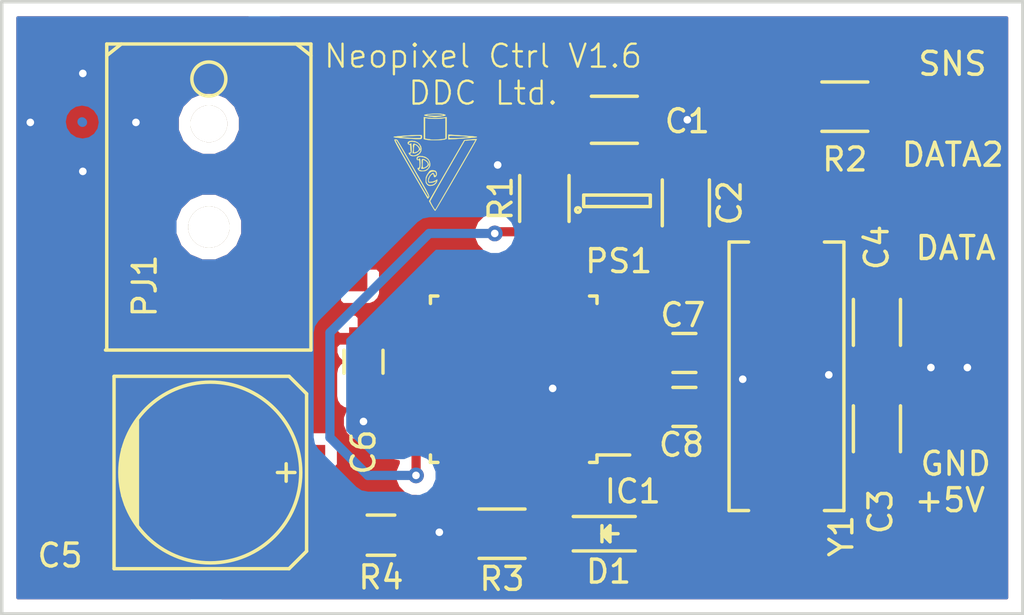
<source format=kicad_pcb>
(kicad_pcb (version 4) (host pcbnew 4.0.2-stable)

  (general
    (links 42)
    (no_connects 0)
    (area 58.979999 113.589999 103.580001 140.410001)
    (thickness 1.6)
    (drawings 5)
    (tracks 151)
    (zones 0)
    (modules 23)
    (nets 34)
  )

  (page A4)
  (layers
    (0 F.Cu signal)
    (31 B.Cu signal)
    (32 B.Adhes user)
    (33 F.Adhes user)
    (34 B.Paste user)
    (35 F.Paste user)
    (36 B.SilkS user)
    (37 F.SilkS user)
    (38 B.Mask user)
    (39 F.Mask user)
    (40 Dwgs.User user)
    (41 Cmts.User user)
    (42 Eco1.User user)
    (43 Eco2.User user)
    (44 Edge.Cuts user)
    (45 Margin user)
    (46 B.CrtYd user)
    (47 F.CrtYd user)
    (48 B.Fab user)
    (49 F.Fab user)
  )

  (setup
    (last_trace_width 0.4)
    (user_trace_width 0.4)
    (user_trace_width 0.5)
    (user_trace_width 0.6)
    (user_trace_width 0.8)
    (user_trace_width 1)
    (user_trace_width 1.5)
    (trace_clearance 0.1524)
    (zone_clearance 0.508)
    (zone_45_only yes)
    (trace_min 0.006)
    (segment_width 0.2)
    (edge_width 0.15)
    (via_size 0.6858)
    (via_drill 0.3302)
    (via_min_size 0.027)
    (via_min_drill 0.3302)
    (uvia_size 0.3)
    (uvia_drill 0.1)
    (uvias_allowed no)
    (uvia_min_size 0)
    (uvia_min_drill 0)
    (pcb_text_width 0.3)
    (pcb_text_size 1.5 1.5)
    (mod_edge_width 0.15)
    (mod_text_size 1 1)
    (mod_text_width 0.15)
    (pad_size 1.524 1.524)
    (pad_drill 0.762)
    (pad_to_mask_clearance 0.2)
    (aux_axis_origin 0 0)
    (visible_elements 7FFEFF7F)
    (pcbplotparams
      (layerselection 0x010f0_80000001)
      (usegerberextensions true)
      (excludeedgelayer true)
      (linewidth 0.100000)
      (plotframeref false)
      (viasonmask false)
      (mode 1)
      (useauxorigin false)
      (hpglpennumber 1)
      (hpglpenspeed 20)
      (hpglpendiameter 15)
      (hpglpenoverlay 2)
      (psnegative false)
      (psa4output false)
      (plotreference true)
      (plotvalue true)
      (plotinvisibletext false)
      (padsonsilk false)
      (subtractmaskfromsilk false)
      (outputformat 1)
      (mirror false)
      (drillshape 0)
      (scaleselection 1)
      (outputdirectory Gerber/))
  )

  (net 0 "")
  (net 1 "Net-(IC1-Pad1)")
  (net 2 "Net-(IC1-Pad11)")
  (net 3 "Net-(IC1-Pad12)")
  (net 4 "Net-(IC1-Pad13)")
  (net 5 "Net-(IC1-Pad14)")
  (net 6 "Net-(IC1-Pad15)")
  (net 7 "Net-(IC1-Pad16)")
  (net 8 "Net-(IC1-Pad17)")
  (net 9 "Net-(IC1-Pad19)")
  (net 10 "Net-(IC1-Pad20)")
  (net 11 "Net-(IC1-Pad22)")
  (net 12 "Net-(IC1-Pad23)")
  (net 13 "Net-(IC1-Pad25)")
  (net 14 "Net-(IC1-Pad26)")
  (net 15 "Net-(IC1-Pad27)")
  (net 16 "Net-(IC1-Pad28)")
  (net 17 "Net-(IC1-Pad29)")
  (net 18 "Net-(IC1-Pad30)")
  (net 19 "Net-(IC1-Pad31)")
  (net 20 GND)
  (net 21 +5V)
  (net 22 "Net-(C2-Pad1)")
  (net 23 "Net-(C2-Pad2)")
  (net 24 "Net-(C3-Pad2)")
  (net 25 "Net-(C4-Pad2)")
  (net 26 /DATA)
  (net 27 /TOUCH)
  (net 28 /SNS)
  (net 29 /DATA2)
  (net 30 "Net-(D1-Pad2)")
  (net 31 "Net-(D1-Pad1)")
  (net 32 "Net-(PJ1-Pad3)")
  (net 33 "Net-(IC1-Pad32)")

  (net_class Default "This is the default net class."
    (clearance 0.1524)
    (trace_width 0.1524)
    (via_dia 0.6858)
    (via_drill 0.3302)
    (uvia_dia 0.3)
    (uvia_drill 0.1)
    (add_net +5V)
    (add_net /DATA)
    (add_net /DATA2)
    (add_net /SNS)
    (add_net /TOUCH)
    (add_net GND)
    (add_net "Net-(C2-Pad1)")
    (add_net "Net-(C2-Pad2)")
    (add_net "Net-(C3-Pad2)")
    (add_net "Net-(C4-Pad2)")
    (add_net "Net-(D1-Pad1)")
    (add_net "Net-(D1-Pad2)")
    (add_net "Net-(IC1-Pad1)")
    (add_net "Net-(IC1-Pad11)")
    (add_net "Net-(IC1-Pad12)")
    (add_net "Net-(IC1-Pad13)")
    (add_net "Net-(IC1-Pad14)")
    (add_net "Net-(IC1-Pad15)")
    (add_net "Net-(IC1-Pad16)")
    (add_net "Net-(IC1-Pad17)")
    (add_net "Net-(IC1-Pad19)")
    (add_net "Net-(IC1-Pad20)")
    (add_net "Net-(IC1-Pad22)")
    (add_net "Net-(IC1-Pad23)")
    (add_net "Net-(IC1-Pad25)")
    (add_net "Net-(IC1-Pad26)")
    (add_net "Net-(IC1-Pad27)")
    (add_net "Net-(IC1-Pad28)")
    (add_net "Net-(IC1-Pad29)")
    (add_net "Net-(IC1-Pad30)")
    (add_net "Net-(IC1-Pad31)")
    (add_net "Net-(IC1-Pad32)")
    (add_net "Net-(PJ1-Pad3)")
  )

  (module Crystals:Crystal_HC49-SD_SMD (layer F.Cu) (tedit 570C52CF) (tstamp 570C5548)
    (at 93.218 129.9845 90)
    (descr "Crystal Quarz HC49-SD SMD")
    (tags "Crystal Quarz HC49-SD SMD")
    (path /570BA8AF)
    (attr smd)
    (fp_text reference Y1 (at -6.9596 2.3876 90) (layer F.SilkS)
      (effects (font (size 1 1) (thickness 0.15)))
    )
    (fp_text value 16MHZ (at -0.2032 0 90) (layer F.Fab)
      (effects (font (size 1 1) (thickness 0.15)))
    )
    (fp_circle (center 0 0) (end 0.8509 0) (layer F.Adhes) (width 0.381))
    (fp_circle (center 0 0) (end 0.50038 0) (layer F.Adhes) (width 0.381))
    (fp_circle (center 0 0) (end 0.14986 0.0508) (layer F.Adhes) (width 0.381))
    (fp_line (start -5.84962 2.49936) (end 5.84962 2.49936) (layer F.SilkS) (width 0.15))
    (fp_line (start 5.84962 -2.49936) (end -5.84962 -2.49936) (layer F.SilkS) (width 0.15))
    (fp_line (start 5.84962 2.49936) (end 5.84962 1.651) (layer F.SilkS) (width 0.15))
    (fp_line (start 5.84962 -2.49936) (end 5.84962 -1.651) (layer F.SilkS) (width 0.15))
    (fp_line (start -5.84962 2.49936) (end -5.84962 1.651) (layer F.SilkS) (width 0.15))
    (fp_line (start -5.84962 -2.49936) (end -5.84962 -1.651) (layer F.SilkS) (width 0.15))
    (pad 1 smd rect (at -4.84886 0 90) (size 5.6007 2.10058) (layers F.Cu F.Paste F.Mask)
      (net 24 "Net-(C3-Pad2)"))
    (pad 2 smd rect (at 4.84886 0 90) (size 5.6007 2.10058) (layers F.Cu F.Paste F.Mask)
      (net 25 "Net-(C4-Pad2)"))
    (model Crystals.3dshapes/Q_49U3HMS.wrl
      (at (xyz 0 0 0))
      (scale (xyz 1 1 1))
      (rotate (xyz 0 0 0))
    )
  )

  (module ConnorFootprint:TQFP-32_7x7mm_Pitch0.8mm (layer F.Cu) (tedit 5718D70E) (tstamp 570C550E)
    (at 81.3435 130.1115 180)
    (descr "32-Lead Plastic Thin Quad Flatpack (PT) - 7x7x1.0 mm Body, 2.00 mm [TQFP] (see Microchip Packaging Specification 00000049BS.pdf)")
    (tags "QFP 0.8")
    (path /57091F5D)
    (attr smd)
    (fp_text reference IC1 (at -5.1816 -4.8895 180) (layer F.SilkS)
      (effects (font (size 1 1) (thickness 0.15)))
    )
    (fp_text value ATMEGA328P-A (at 0 6.05 180) (layer F.Fab)
      (effects (font (size 1 1) (thickness 0.15)))
    )
    (fp_line (start -5.3 -5.3) (end -5.3 5.3) (layer F.CrtYd) (width 0.05))
    (fp_line (start 5.3 -5.3) (end 5.3 5.3) (layer F.CrtYd) (width 0.05))
    (fp_line (start -5.3 -5.3) (end 5.3 -5.3) (layer F.CrtYd) (width 0.05))
    (fp_line (start -5.3 5.3) (end 5.3 5.3) (layer F.CrtYd) (width 0.05))
    (fp_line (start -3.625 -3.625) (end -3.625 -3.3) (layer F.SilkS) (width 0.15))
    (fp_line (start 3.625 -3.625) (end 3.625 -3.3) (layer F.SilkS) (width 0.15))
    (fp_line (start 3.625 3.625) (end 3.625 3.3) (layer F.SilkS) (width 0.15))
    (fp_line (start -3.625 3.625) (end -3.625 3.3) (layer F.SilkS) (width 0.15))
    (fp_line (start -3.625 -3.625) (end -3.3 -3.625) (layer F.SilkS) (width 0.15))
    (fp_line (start -3.625 3.625) (end -3.3 3.625) (layer F.SilkS) (width 0.15))
    (fp_line (start 3.625 3.625) (end 3.3 3.625) (layer F.SilkS) (width 0.15))
    (fp_line (start 3.625 -3.625) (end 3.3 -3.625) (layer F.SilkS) (width 0.15))
    (fp_line (start -3.625 -3.3) (end -5.05 -3.3) (layer F.SilkS) (width 0.15))
    (pad 1 smd rect (at -4.25 -2.8 180) (size 1.6 0.4) (layers F.Cu F.Paste F.Mask)
      (net 1 "Net-(IC1-Pad1)"))
    (pad 2 smd rect (at -4.25 -2 180) (size 1.6 0.4) (layers F.Cu F.Paste F.Mask)
      (net 30 "Net-(D1-Pad2)"))
    (pad 3 smd rect (at -4.25 -1.2 180) (size 1.6 0.4) (layers F.Cu F.Paste F.Mask)
      (net 20 GND))
    (pad 4 smd rect (at -4.25 -0.4 180) (size 1.6 0.4) (layers F.Cu F.Paste F.Mask)
      (net 21 +5V))
    (pad 5 smd rect (at -4.25 0.4 180) (size 1.6 0.4) (layers F.Cu F.Paste F.Mask)
      (net 20 GND))
    (pad 6 smd rect (at -4.25 1.2 180) (size 1.6 0.4) (layers F.Cu F.Paste F.Mask)
      (net 21 +5V))
    (pad 7 smd rect (at -4.25 2 180) (size 1.6 0.4) (layers F.Cu F.Paste F.Mask)
      (net 24 "Net-(C3-Pad2)"))
    (pad 8 smd rect (at -4.25 2.8 180) (size 1.6 0.4) (layers F.Cu F.Paste F.Mask)
      (net 25 "Net-(C4-Pad2)"))
    (pad 9 smd rect (at -2.8 4.25 270) (size 1.6 0.4) (layers F.Cu F.Paste F.Mask)
      (net 26 /DATA))
    (pad 10 smd rect (at -2 4.25 270) (size 1.6 0.4) (layers F.Cu F.Paste F.Mask)
      (net 29 /DATA2))
    (pad 11 smd rect (at -1.2 4.25 270) (size 1.6 0.4) (layers F.Cu F.Paste F.Mask)
      (net 2 "Net-(IC1-Pad11)"))
    (pad 12 smd rect (at -0.4 4.25 270) (size 1.6 0.4) (layers F.Cu F.Paste F.Mask)
      (net 3 "Net-(IC1-Pad12)"))
    (pad 13 smd rect (at 0.4 4.25 270) (size 1.6 0.4) (layers F.Cu F.Paste F.Mask)
      (net 4 "Net-(IC1-Pad13)"))
    (pad 14 smd rect (at 1.2 4.25 270) (size 1.6 0.4) (layers F.Cu F.Paste F.Mask)
      (net 5 "Net-(IC1-Pad14)"))
    (pad 15 smd rect (at 2 4.25 270) (size 1.6 0.4) (layers F.Cu F.Paste F.Mask)
      (net 6 "Net-(IC1-Pad15)"))
    (pad 16 smd rect (at 2.8 4.25 270) (size 1.6 0.4) (layers F.Cu F.Paste F.Mask)
      (net 7 "Net-(IC1-Pad16)"))
    (pad 17 smd rect (at 4.25 2.8 180) (size 1.6 0.4) (layers F.Cu F.Paste F.Mask)
      (net 8 "Net-(IC1-Pad17)"))
    (pad 18 smd rect (at 4.25 2 180) (size 1.6 0.4) (layers F.Cu F.Paste F.Mask)
      (net 21 +5V))
    (pad 19 smd rect (at 4.25 1.2 180) (size 1.6 0.4) (layers F.Cu F.Paste F.Mask)
      (net 9 "Net-(IC1-Pad19)"))
    (pad 20 smd rect (at 4.25 0.4 180) (size 1.6 0.4) (layers F.Cu F.Paste F.Mask)
      (net 10 "Net-(IC1-Pad20)"))
    (pad 21 smd rect (at 4.25 -0.4 180) (size 1.6 0.4) (layers F.Cu F.Paste F.Mask)
      (net 20 GND))
    (pad 22 smd rect (at 4.25 -1.2 180) (size 1.6 0.4) (layers F.Cu F.Paste F.Mask)
      (net 11 "Net-(IC1-Pad22)"))
    (pad 23 smd rect (at 4.25 -2 180) (size 1.6 0.4) (layers F.Cu F.Paste F.Mask)
      (net 12 "Net-(IC1-Pad23)"))
    (pad 24 smd rect (at 4.25 -2.8 180) (size 1.6 0.4) (layers F.Cu F.Paste F.Mask)
      (net 27 /TOUCH))
    (pad 25 smd rect (at 2.8 -4.25 270) (size 1.6 0.4) (layers F.Cu F.Paste F.Mask)
      (net 13 "Net-(IC1-Pad25)"))
    (pad 26 smd rect (at 2 -4.25 270) (size 1.6 0.4) (layers F.Cu F.Paste F.Mask)
      (net 14 "Net-(IC1-Pad26)"))
    (pad 27 smd rect (at 1.2 -4.25 270) (size 1.6 0.4) (layers F.Cu F.Paste F.Mask)
      (net 15 "Net-(IC1-Pad27)"))
    (pad 28 smd rect (at 0.4 -4.25 270) (size 1.6 0.4) (layers F.Cu F.Paste F.Mask)
      (net 16 "Net-(IC1-Pad28)"))
    (pad 29 smd rect (at -0.4 -4.25 270) (size 1.6 0.4) (layers F.Cu F.Paste F.Mask)
      (net 17 "Net-(IC1-Pad29)"))
    (pad 30 smd rect (at -1.2 -4.25 270) (size 1.6 0.4) (layers F.Cu F.Paste F.Mask)
      (net 18 "Net-(IC1-Pad30)"))
    (pad 31 smd rect (at -2 -4.25 270) (size 1.6 0.4) (layers F.Cu F.Paste F.Mask)
      (net 19 "Net-(IC1-Pad31)"))
    (pad 32 smd rect (at -2.8 -4.25 270) (size 1.6 0.4) (layers F.Cu F.Paste F.Mask)
      (net 33 "Net-(IC1-Pad32)"))
    (model Housings_QFP.3dshapes/TQFP-32_7x7mm_Pitch0.8mm.wrl
      (at (xyz 0 0 0))
      (scale (xyz 1 1 1))
      (rotate (xyz 0 0 0))
    )
  )

  (module Capacitors_SMD:c_elec_8x10 (layer F.Cu) (tedit 57E84D03) (tstamp 570C54DD)
    (at 68.1355 134.1755)
    (descr "SMT capacitor, aluminium electrolytic, 8x10")
    (path /570BAECA)
    (attr smd)
    (fp_text reference C5 (at -6.5405 3.6195) (layer F.SilkS)
      (effects (font (size 1 1) (thickness 0.15)))
    )
    (fp_text value 4700uF (at 0 5.08) (layer F.Fab)
      (effects (font (size 1 1) (thickness 0.15)))
    )
    (fp_line (start -5.35 -4.55) (end 5.35 -4.55) (layer F.CrtYd) (width 0.05))
    (fp_line (start 5.35 -4.55) (end 5.35 4.55) (layer F.CrtYd) (width 0.05))
    (fp_line (start 5.35 4.55) (end -5.35 4.55) (layer F.CrtYd) (width 0.05))
    (fp_line (start -5.35 4.55) (end -5.35 -4.55) (layer F.CrtYd) (width 0.05))
    (fp_line (start -3.81 -1.016) (end -3.81 1.016) (layer F.SilkS) (width 0.15))
    (fp_line (start -3.683 1.397) (end -3.683 -1.397) (layer F.SilkS) (width 0.15))
    (fp_line (start -3.556 -1.651) (end -3.556 1.651) (layer F.SilkS) (width 0.15))
    (fp_line (start -3.429 1.905) (end -3.429 -1.905) (layer F.SilkS) (width 0.15))
    (fp_line (start -3.302 2.032) (end -3.302 -2.032) (layer F.SilkS) (width 0.15))
    (fp_line (start -3.175 -2.286) (end -3.175 2.286) (layer F.SilkS) (width 0.15))
    (fp_line (start -4.191 -4.191) (end -4.191 4.191) (layer F.SilkS) (width 0.15))
    (fp_line (start -4.191 4.191) (end 3.429 4.191) (layer F.SilkS) (width 0.15))
    (fp_line (start 3.429 4.191) (end 4.191 3.429) (layer F.SilkS) (width 0.15))
    (fp_line (start 4.191 3.429) (end 4.191 -3.429) (layer F.SilkS) (width 0.15))
    (fp_line (start 4.191 -3.429) (end 3.429 -4.191) (layer F.SilkS) (width 0.15))
    (fp_line (start 3.429 -4.191) (end -4.191 -4.191) (layer F.SilkS) (width 0.15))
    (fp_line (start 3.683 0) (end 2.921 0) (layer F.SilkS) (width 0.15))
    (fp_line (start 3.302 -0.381) (end 3.302 0.381) (layer F.SilkS) (width 0.15))
    (fp_circle (center 0 0) (end 3.937 0) (layer F.SilkS) (width 0.15))
    (pad 1 smd rect (at 3.2512 0) (size 3.50012 2.4003) (layers F.Cu F.Paste F.Mask)
      (net 21 +5V))
    (pad 2 smd rect (at -3.2512 0) (size 3.50012 2.4003) (layers F.Cu F.Paste F.Mask)
      (net 20 GND))
    (model Capacitors_SMD.3dshapes/c_elec_8x10.wrl
      (at (xyz 0 0 0))
      (scale (xyz 1 1 1))
      (rotate (xyz 0 0 0))
    )
  )

  (module Capacitors_SMD:C_1206 (layer F.Cu) (tedit 57D6B205) (tstamp 570C54C5)
    (at 85.725 118.8085 180)
    (descr "Capacitor SMD 1206, reflow soldering, AVX (see smccp.pdf)")
    (tags "capacitor 1206")
    (path /570C2F5F)
    (attr smd)
    (fp_text reference C1 (at -3.175 -0.0635 180) (layer F.SilkS)
      (effects (font (size 1 1) (thickness 0.15)))
    )
    (fp_text value 0.1uF (at 0.1016 0 180) (layer F.Fab)
      (effects (font (size 1 1) (thickness 0.15)))
    )
    (fp_line (start -2.3 -1.15) (end 2.3 -1.15) (layer F.CrtYd) (width 0.05))
    (fp_line (start -2.3 1.15) (end 2.3 1.15) (layer F.CrtYd) (width 0.05))
    (fp_line (start -2.3 -1.15) (end -2.3 1.15) (layer F.CrtYd) (width 0.05))
    (fp_line (start 2.3 -1.15) (end 2.3 1.15) (layer F.CrtYd) (width 0.05))
    (fp_line (start 1 -1.025) (end -1 -1.025) (layer F.SilkS) (width 0.15))
    (fp_line (start -1 1.025) (end 1 1.025) (layer F.SilkS) (width 0.15))
    (pad 1 smd rect (at -1.5 0 180) (size 1 1.6) (layers F.Cu F.Paste F.Mask)
      (net 20 GND))
    (pad 2 smd rect (at 1.5 0 180) (size 1 1.6) (layers F.Cu F.Paste F.Mask)
      (net 21 +5V))
    (model Capacitors_SMD.3dshapes/C_1206.wrl
      (at (xyz 0 0 0))
      (scale (xyz 1 1 1))
      (rotate (xyz 0 0 0))
    )
  )

  (module Capacitors_SMD:C_1206 (layer F.Cu) (tedit 57D6B209) (tstamp 570C54CB)
    (at 88.8365 122.428 270)
    (descr "Capacitor SMD 1206, reflow soldering, AVX (see smccp.pdf)")
    (tags "capacitor 1206")
    (path /570C4D68)
    (attr smd)
    (fp_text reference C2 (at 0 -1.905 270) (layer F.SilkS)
      (effects (font (size 1 1) (thickness 0.15)))
    )
    (fp_text value 10nF (at 0.1016 0.2032 270) (layer F.Fab)
      (effects (font (size 1 1) (thickness 0.15)))
    )
    (fp_line (start -2.3 -1.15) (end 2.3 -1.15) (layer F.CrtYd) (width 0.05))
    (fp_line (start -2.3 1.15) (end 2.3 1.15) (layer F.CrtYd) (width 0.05))
    (fp_line (start -2.3 -1.15) (end -2.3 1.15) (layer F.CrtYd) (width 0.05))
    (fp_line (start 2.3 -1.15) (end 2.3 1.15) (layer F.CrtYd) (width 0.05))
    (fp_line (start 1 -1.025) (end -1 -1.025) (layer F.SilkS) (width 0.15))
    (fp_line (start -1 1.025) (end 1 1.025) (layer F.SilkS) (width 0.15))
    (pad 1 smd rect (at -1.5 0 270) (size 1 1.6) (layers F.Cu F.Paste F.Mask)
      (net 22 "Net-(C2-Pad1)"))
    (pad 2 smd rect (at 1.5 0 270) (size 1 1.6) (layers F.Cu F.Paste F.Mask)
      (net 23 "Net-(C2-Pad2)"))
    (model Capacitors_SMD.3dshapes/C_1206.wrl
      (at (xyz 0 0 0))
      (scale (xyz 1 1 1))
      (rotate (xyz 0 0 0))
    )
  )

  (module Capacitors_SMD:C_1206 (layer F.Cu) (tedit 570C5818) (tstamp 570C54D1)
    (at 97.155 132.2705 270)
    (descr "Capacitor SMD 1206, reflow soldering, AVX (see smccp.pdf)")
    (tags "capacitor 1206")
    (path /570BA90E)
    (attr smd)
    (fp_text reference C3 (at 3.6068 -0.1524 270) (layer F.SilkS)
      (effects (font (size 1 1) (thickness 0.15)))
    )
    (fp_text value 18pF (at -0.3048 0.1016 270) (layer F.Fab)
      (effects (font (size 1 1) (thickness 0.15)))
    )
    (fp_line (start -2.3 -1.15) (end 2.3 -1.15) (layer F.CrtYd) (width 0.05))
    (fp_line (start -2.3 1.15) (end 2.3 1.15) (layer F.CrtYd) (width 0.05))
    (fp_line (start -2.3 -1.15) (end -2.3 1.15) (layer F.CrtYd) (width 0.05))
    (fp_line (start 2.3 -1.15) (end 2.3 1.15) (layer F.CrtYd) (width 0.05))
    (fp_line (start 1 -1.025) (end -1 -1.025) (layer F.SilkS) (width 0.15))
    (fp_line (start -1 1.025) (end 1 1.025) (layer F.SilkS) (width 0.15))
    (pad 1 smd rect (at -1.5 0 270) (size 1 1.6) (layers F.Cu F.Paste F.Mask)
      (net 20 GND))
    (pad 2 smd rect (at 1.5 0 270) (size 1 1.6) (layers F.Cu F.Paste F.Mask)
      (net 24 "Net-(C3-Pad2)"))
    (model Capacitors_SMD.3dshapes/C_1206.wrl
      (at (xyz 0 0 0))
      (scale (xyz 1 1 1))
      (rotate (xyz 0 0 0))
    )
  )

  (module Capacitors_SMD:C_1206 (layer F.Cu) (tedit 57D6B09C) (tstamp 570C54D7)
    (at 97.155 127.635 90)
    (descr "Capacitor SMD 1206, reflow soldering, AVX (see smccp.pdf)")
    (tags "capacitor 1206")
    (path /570BA969)
    (attr smd)
    (fp_text reference C4 (at 3.2639 -0.0127 90) (layer F.SilkS)
      (effects (font (size 1 1) (thickness 0.15)))
    )
    (fp_text value 18pF (at 0 -0.1524 90) (layer F.Fab)
      (effects (font (size 1 1) (thickness 0.15)))
    )
    (fp_line (start -2.3 -1.15) (end 2.3 -1.15) (layer F.CrtYd) (width 0.05))
    (fp_line (start -2.3 1.15) (end 2.3 1.15) (layer F.CrtYd) (width 0.05))
    (fp_line (start -2.3 -1.15) (end -2.3 1.15) (layer F.CrtYd) (width 0.05))
    (fp_line (start 2.3 -1.15) (end 2.3 1.15) (layer F.CrtYd) (width 0.05))
    (fp_line (start 1 -1.025) (end -1 -1.025) (layer F.SilkS) (width 0.15))
    (fp_line (start -1 1.025) (end 1 1.025) (layer F.SilkS) (width 0.15))
    (pad 1 smd rect (at -1.5 0 90) (size 1 1.6) (layers F.Cu F.Paste F.Mask)
      (net 20 GND))
    (pad 2 smd rect (at 1.5 0 90) (size 1 1.6) (layers F.Cu F.Paste F.Mask)
      (net 25 "Net-(C4-Pad2)"))
    (model Capacitors_SMD.3dshapes/C_1206.wrl
      (at (xyz 0 0 0))
      (scale (xyz 1 1 1))
      (rotate (xyz 0 0 0))
    )
  )

  (module ConnorFootprint:Solder_Pad (layer F.Cu) (tedit 570ECE24) (tstamp 570C5513)
    (at 100.3935 118.3005 90)
    (path /570C5130)
    (fp_text reference SNS (at 1.9304 0.0508 180) (layer F.SilkS)
      (effects (font (size 1 1) (thickness 0.15)))
    )
    (fp_text value SNS (at 0.0508 0 180) (layer F.Fab)
      (effects (font (size 1 1) (thickness 0.15)))
    )
    (pad 1 smd rect (at 0 0 90) (size 2 3.5) (layers F.Cu F.Paste F.Mask)
      (net 28 /SNS))
  )

  (module ConnorFootprint:Solder_Pad (layer F.Cu) (tedit 570ECDFA) (tstamp 570C551D)
    (at 100.4316 126.2507 90)
    (path /570BB263)
    (fp_text reference DATA (at 1.8542 0.1524 180) (layer F.SilkS)
      (effects (font (size 1 1) (thickness 0.15)))
    )
    (fp_text value DATA (at 0.1016 -0.1016 180) (layer F.Fab)
      (effects (font (size 1 1) (thickness 0.15)))
    )
    (pad 1 smd rect (at 0 0 90) (size 2 3.5) (layers F.Cu F.Paste F.Mask)
      (net 26 /DATA))
  )

  (module ConnorFootprint:Solder_Pad (layer F.Cu) (tedit 57D7662D) (tstamp 570C5527)
    (at 100.457 137.287 90)
    (path /570BAB93)
    (fp_text reference +5V (at 1.905 -0.127 180) (layer F.SilkS)
      (effects (font (size 1 1) (thickness 0.15)))
    )
    (fp_text value 5V (at -0.127 -0.254 180) (layer F.Fab)
      (effects (font (size 1 1) (thickness 0.15)))
    )
    (pad 1 smd rect (at 0 0 90) (size 2 3.5) (layers F.Cu F.Paste F.Mask)
      (net 21 +5V))
  )

  (module ConnorFootprint:Solder_Pad (layer F.Cu) (tedit 57D76635) (tstamp 570C552C)
    (at 100.457 131.8895 90)
    (path /570BB2B4)
    (fp_text reference GND (at -1.905 0.127 180) (layer F.SilkS)
      (effects (font (size 1 1) (thickness 0.15)))
    )
    (fp_text value GND (at 0.1016 -0.1016 180) (layer F.Fab)
      (effects (font (size 1 1) (thickness 0.15)))
    )
    (pad 1 smd rect (at 0 0 90) (size 2 3.5) (layers F.Cu F.Paste F.Mask)
      (net 20 GND))
  )

  (module Resistors_SMD:R_1206 (layer F.Cu) (tedit 57D6B20D) (tstamp 570C553C)
    (at 82.677 122.2375 90)
    (descr "Resistor SMD 1206, reflow soldering, Vishay (see dcrcw.pdf)")
    (tags "resistor 1206")
    (path /570C2DFC)
    (attr smd)
    (fp_text reference R1 (at 0 -1.905 90) (layer F.SilkS)
      (effects (font (size 1 1) (thickness 0.15)))
    )
    (fp_text value 10k (at -0.1524 0.0508 90) (layer F.Fab)
      (effects (font (size 1 1) (thickness 0.15)))
    )
    (fp_line (start -2.2 -1.2) (end 2.2 -1.2) (layer F.CrtYd) (width 0.05))
    (fp_line (start -2.2 1.2) (end 2.2 1.2) (layer F.CrtYd) (width 0.05))
    (fp_line (start -2.2 -1.2) (end -2.2 1.2) (layer F.CrtYd) (width 0.05))
    (fp_line (start 2.2 -1.2) (end 2.2 1.2) (layer F.CrtYd) (width 0.05))
    (fp_line (start 1 1.075) (end -1 1.075) (layer F.SilkS) (width 0.15))
    (fp_line (start -1 -1.075) (end 1 -1.075) (layer F.SilkS) (width 0.15))
    (pad 1 smd rect (at -1.45 0 90) (size 0.9 1.7) (layers F.Cu F.Paste F.Mask)
      (net 27 /TOUCH))
    (pad 2 smd rect (at 1.45 0 90) (size 0.9 1.7) (layers F.Cu F.Paste F.Mask)
      (net 20 GND))
    (model Resistors_SMD.3dshapes/R_1206.wrl
      (at (xyz 0 0 0))
      (scale (xyz 1 1 1))
      (rotate (xyz 0 0 0))
    )
  )

  (module Resistors_SMD:R_1206 (layer F.Cu) (tedit 570C5547) (tstamp 570C5542)
    (at 95.758 118.237 180)
    (descr "Resistor SMD 1206, reflow soldering, Vishay (see dcrcw.pdf)")
    (tags "resistor 1206")
    (path /570C4DC1)
    (attr smd)
    (fp_text reference R2 (at 0 -2.3 180) (layer F.SilkS)
      (effects (font (size 1 1) (thickness 0.15)))
    )
    (fp_text value 10k (at 0.0508 -0.0508 180) (layer F.Fab)
      (effects (font (size 1 1) (thickness 0.15)))
    )
    (fp_line (start -2.2 -1.2) (end 2.2 -1.2) (layer F.CrtYd) (width 0.05))
    (fp_line (start -2.2 1.2) (end 2.2 1.2) (layer F.CrtYd) (width 0.05))
    (fp_line (start -2.2 -1.2) (end -2.2 1.2) (layer F.CrtYd) (width 0.05))
    (fp_line (start 2.2 -1.2) (end 2.2 1.2) (layer F.CrtYd) (width 0.05))
    (fp_line (start 1 1.075) (end -1 1.075) (layer F.SilkS) (width 0.15))
    (fp_line (start -1 -1.075) (end 1 -1.075) (layer F.SilkS) (width 0.15))
    (pad 1 smd rect (at -1.45 0 180) (size 0.9 1.7) (layers F.Cu F.Paste F.Mask)
      (net 28 /SNS))
    (pad 2 smd rect (at 1.45 0 180) (size 0.9 1.7) (layers F.Cu F.Paste F.Mask)
      (net 23 "Net-(C2-Pad2)"))
    (model Resistors_SMD.3dshapes/R_1206.wrl
      (at (xyz 0 0 0))
      (scale (xyz 1 1 1))
      (rotate (xyz 0 0 0))
    )
  )

  (module ConnorFootprint:SOT-23-6 (layer F.Cu) (tedit 57D6B189) (tstamp 570C57D0)
    (at 85.8393 122.3391 90)
    (descr "6-pin SOT-23 package")
    (tags SOT-23-6)
    (path /570C2B6B)
    (attr smd)
    (fp_text reference PS1 (at -2.6289 0.0762 180) (layer F.SilkS)
      (effects (font (size 1 1) (thickness 0.15)))
    )
    (fp_text value AT42QT1010 (at 0.6096 -2.2098 90) (layer F.Fab)
      (effects (font (size 1 1) (thickness 0.15)))
    )
    (fp_circle (center -0.4 -1.7) (end -0.3 -1.7) (layer F.SilkS) (width 0.15))
    (fp_line (start 0.25 -1.45) (end -0.25 -1.45) (layer F.SilkS) (width 0.15))
    (fp_line (start 0.25 1.45) (end 0.25 -1.45) (layer F.SilkS) (width 0.15))
    (fp_line (start -0.25 1.45) (end 0.25 1.45) (layer F.SilkS) (width 0.15))
    (fp_line (start -0.25 -1.45) (end -0.25 1.45) (layer F.SilkS) (width 0.15))
    (pad 1 smd rect (at -1.1 -0.95 90) (size 1.06 0.55) (layers F.Cu F.Paste F.Mask)
      (net 27 /TOUCH))
    (pad 2 smd rect (at -1.1 0 90) (size 1.06 0.55) (layers F.Cu F.Paste F.Mask)
      (net 20 GND))
    (pad 3 smd rect (at -1.1 0.95 90) (size 1.06 0.55) (layers F.Cu F.Paste F.Mask)
      (net 23 "Net-(C2-Pad2)"))
    (pad 4 smd rect (at 1.1 0.95 90) (size 1.06 0.55) (layers F.Cu F.Paste F.Mask)
      (net 22 "Net-(C2-Pad1)"))
    (pad 6 smd rect (at 1.1 -0.95 90) (size 1.06 0.55) (layers F.Cu F.Paste F.Mask)
      (net 21 +5V))
    (pad 5 smd rect (at 1.1 0 90) (size 1.06 0.55) (layers F.Cu F.Paste F.Mask)
      (net 21 +5V))
    (model TO_SOT_Packages_SMD.3dshapes/SOT-23-6.wrl
      (at (xyz 0 0 0))
      (scale (xyz 1 1 1))
      (rotate (xyz 0 0 0))
    )
  )

  (module ConnorFootprint:Solder_Pad (layer F.Cu) (tedit 570ECDBE) (tstamp 570ECDAC)
    (at 100.457 122.3645 90)
    (path /570ED1A4)
    (fp_text reference DATA2 (at 2.032 0 180) (layer F.SilkS)
      (effects (font (size 1 1) (thickness 0.15)))
    )
    (fp_text value DATA2 (at 0 0 180) (layer F.Fab)
      (effects (font (size 1 1) (thickness 0.15)))
    )
    (pad 1 smd rect (at 0 0 90) (size 2 3.5) (layers F.Cu F.Paste F.Mask)
      (net 29 /DATA2))
  )

  (module LEDs:LED_0805 (layer F.Cu) (tedit 57D6B244) (tstamp 5718D79E)
    (at 85.5345 136.8425)
    (descr "LED 0805 smd package")
    (tags "LED 0805 SMD")
    (path /5718D8DE)
    (attr smd)
    (fp_text reference D1 (at -0.0635 1.651) (layer F.SilkS)
      (effects (font (size 1 1) (thickness 0.15)))
    )
    (fp_text value Blink (at -0.0635 0) (layer F.Fab)
      (effects (font (size 1 1) (thickness 0.15)))
    )
    (fp_line (start -1.6 0.75) (end 1.1 0.75) (layer F.SilkS) (width 0.15))
    (fp_line (start -1.6 -0.75) (end 1.1 -0.75) (layer F.SilkS) (width 0.15))
    (fp_line (start -0.1 0.15) (end -0.1 -0.1) (layer F.SilkS) (width 0.15))
    (fp_line (start -0.1 -0.1) (end -0.25 0.05) (layer F.SilkS) (width 0.15))
    (fp_line (start -0.35 -0.35) (end -0.35 0.35) (layer F.SilkS) (width 0.15))
    (fp_line (start 0 0) (end 0.35 0) (layer F.SilkS) (width 0.15))
    (fp_line (start -0.35 0) (end 0 -0.35) (layer F.SilkS) (width 0.15))
    (fp_line (start 0 -0.35) (end 0 0.35) (layer F.SilkS) (width 0.15))
    (fp_line (start 0 0.35) (end -0.35 0) (layer F.SilkS) (width 0.15))
    (fp_line (start 1.9 -0.95) (end 1.9 0.95) (layer F.CrtYd) (width 0.05))
    (fp_line (start 1.9 0.95) (end -1.9 0.95) (layer F.CrtYd) (width 0.05))
    (fp_line (start -1.9 0.95) (end -1.9 -0.95) (layer F.CrtYd) (width 0.05))
    (fp_line (start -1.9 -0.95) (end 1.9 -0.95) (layer F.CrtYd) (width 0.05))
    (pad 2 smd rect (at 1.04902 0 180) (size 1.19888 1.19888) (layers F.Cu F.Paste F.Mask)
      (net 30 "Net-(D1-Pad2)"))
    (pad 1 smd rect (at -1.04902 0 180) (size 1.19888 1.19888) (layers F.Cu F.Paste F.Mask)
      (net 31 "Net-(D1-Pad1)"))
    (model LEDs.3dshapes/LED-0805.wrl
      (at (xyz 0 0 0))
      (scale (xyz 1 1 1))
      (rotate (xyz 0 0 0))
    )
  )

  (module Resistors_SMD:R_1206 (layer F.Cu) (tedit 57D6B246) (tstamp 5718D7AE)
    (at 80.8355 136.8425)
    (descr "Resistor SMD 1206, reflow soldering, Vishay (see dcrcw.pdf)")
    (tags "resistor 1206")
    (path /5718D871)
    (attr smd)
    (fp_text reference R3 (at 0 1.9685) (layer F.SilkS)
      (effects (font (size 1 1) (thickness 0.15)))
    )
    (fp_text value 270 (at -0.0635 0.127) (layer F.Fab)
      (effects (font (size 1 1) (thickness 0.15)))
    )
    (fp_line (start -2.2 -1.2) (end 2.2 -1.2) (layer F.CrtYd) (width 0.05))
    (fp_line (start -2.2 1.2) (end 2.2 1.2) (layer F.CrtYd) (width 0.05))
    (fp_line (start -2.2 -1.2) (end -2.2 1.2) (layer F.CrtYd) (width 0.05))
    (fp_line (start 2.2 -1.2) (end 2.2 1.2) (layer F.CrtYd) (width 0.05))
    (fp_line (start 1 1.075) (end -1 1.075) (layer F.SilkS) (width 0.15))
    (fp_line (start -1 -1.075) (end 1 -1.075) (layer F.SilkS) (width 0.15))
    (pad 1 smd rect (at -1.45 0) (size 0.9 1.7) (layers F.Cu F.Paste F.Mask)
      (net 20 GND))
    (pad 2 smd rect (at 1.45 0) (size 0.9 1.7) (layers F.Cu F.Paste F.Mask)
      (net 31 "Net-(D1-Pad1)"))
    (model Resistors_SMD.3dshapes/R_1206.wrl
      (at (xyz 0 0 0))
      (scale (xyz 1 1 1))
      (rotate (xyz 0 0 0))
    )
  )

  (module Capacitors_SMD:C_0805 (layer F.Cu) (tedit 57D7672D) (tstamp 57274882)
    (at 74.803 129.3495 270)
    (descr "Capacitor SMD 0805, reflow soldering, AVX (see smccp.pdf)")
    (tags "capacitor 0805")
    (path /571E2448)
    (attr smd)
    (fp_text reference C6 (at 3.937 0 270) (layer F.SilkS)
      (effects (font (size 1 1) (thickness 0.15)))
    )
    (fp_text value 0.1uF (at 0 0 270) (layer F.Fab)
      (effects (font (size 1 1) (thickness 0.15)))
    )
    (fp_line (start -1.8 -1) (end 1.8 -1) (layer F.CrtYd) (width 0.05))
    (fp_line (start -1.8 1) (end 1.8 1) (layer F.CrtYd) (width 0.05))
    (fp_line (start -1.8 -1) (end -1.8 1) (layer F.CrtYd) (width 0.05))
    (fp_line (start 1.8 -1) (end 1.8 1) (layer F.CrtYd) (width 0.05))
    (fp_line (start 0.5 -0.85) (end -0.5 -0.85) (layer F.SilkS) (width 0.15))
    (fp_line (start -0.5 0.85) (end 0.5 0.85) (layer F.SilkS) (width 0.15))
    (pad 1 smd rect (at -1 0 270) (size 1 1.25) (layers F.Cu F.Paste F.Mask)
      (net 21 +5V))
    (pad 2 smd rect (at 1 0 270) (size 1 1.25) (layers F.Cu F.Paste F.Mask)
      (net 20 GND))
    (model Capacitors_SMD.3dshapes/C_0805.wrl
      (at (xyz 0 0 0))
      (scale (xyz 1 1 1))
      (rotate (xyz 0 0 0))
    )
  )

  (module Capacitors_SMD:C_0805 (layer F.Cu) (tedit 57D6B1FD) (tstamp 57274888)
    (at 88.773 128.9685)
    (descr "Capacitor SMD 0805, reflow soldering, AVX (see smccp.pdf)")
    (tags "capacitor 0805")
    (path /57274C4B)
    (attr smd)
    (fp_text reference C7 (at -0.0635 -1.651) (layer F.SilkS)
      (effects (font (size 1 1) (thickness 0.15)))
    )
    (fp_text value 0.1uF (at 0 0) (layer F.Fab)
      (effects (font (size 1 1) (thickness 0.15)))
    )
    (fp_line (start -1.8 -1) (end 1.8 -1) (layer F.CrtYd) (width 0.05))
    (fp_line (start -1.8 1) (end 1.8 1) (layer F.CrtYd) (width 0.05))
    (fp_line (start -1.8 -1) (end -1.8 1) (layer F.CrtYd) (width 0.05))
    (fp_line (start 1.8 -1) (end 1.8 1) (layer F.CrtYd) (width 0.05))
    (fp_line (start 0.5 -0.85) (end -0.5 -0.85) (layer F.SilkS) (width 0.15))
    (fp_line (start -0.5 0.85) (end 0.5 0.85) (layer F.SilkS) (width 0.15))
    (pad 1 smd rect (at -1 0) (size 1 1.25) (layers F.Cu F.Paste F.Mask)
      (net 21 +5V))
    (pad 2 smd rect (at 1 0) (size 1 1.25) (layers F.Cu F.Paste F.Mask)
      (net 20 GND))
    (model Capacitors_SMD.3dshapes/C_0805.wrl
      (at (xyz 0 0 0))
      (scale (xyz 1 1 1))
      (rotate (xyz 0 0 0))
    )
  )

  (module Capacitors_SMD:C_0805 (layer F.Cu) (tedit 57D6B200) (tstamp 5727488E)
    (at 88.773 131.318)
    (descr "Capacitor SMD 0805, reflow soldering, AVX (see smccp.pdf)")
    (tags "capacitor 0805")
    (path /57274D2E)
    (attr smd)
    (fp_text reference C8 (at -0.127 1.651) (layer F.SilkS)
      (effects (font (size 1 1) (thickness 0.15)))
    )
    (fp_text value 0.1uF (at 0 0) (layer F.Fab)
      (effects (font (size 1 1) (thickness 0.15)))
    )
    (fp_line (start -1.8 -1) (end 1.8 -1) (layer F.CrtYd) (width 0.05))
    (fp_line (start -1.8 1) (end 1.8 1) (layer F.CrtYd) (width 0.05))
    (fp_line (start -1.8 -1) (end -1.8 1) (layer F.CrtYd) (width 0.05))
    (fp_line (start 1.8 -1) (end 1.8 1) (layer F.CrtYd) (width 0.05))
    (fp_line (start 0.5 -0.85) (end -0.5 -0.85) (layer F.SilkS) (width 0.15))
    (fp_line (start -0.5 0.85) (end 0.5 0.85) (layer F.SilkS) (width 0.15))
    (pad 1 smd rect (at -1 0) (size 1 1.25) (layers F.Cu F.Paste F.Mask)
      (net 21 +5V))
    (pad 2 smd rect (at 1 0) (size 1 1.25) (layers F.Cu F.Paste F.Mask)
      (net 20 GND))
    (model Capacitors_SMD.3dshapes/C_0805.wrl
      (at (xyz 0 0 0))
      (scale (xyz 1 1 1))
      (rotate (xyz 0 0 0))
    )
  )

  (module ConnorFootprint:LOGO (layer F.Cu) (tedit 0) (tstamp 57E345F5)
    (at 77.9145 120.65)
    (fp_text reference G*** (at 0 0) (layer F.SilkS) hide
      (effects (font (thickness 0.3)))
    )
    (fp_text value LOGO (at 0.75 0) (layer F.SilkS) hide
      (effects (font (thickness 0.3)))
    )
    (fp_poly (pts (xy 1.824471 -1.001196) (xy 1.814117 -0.978459) (xy 1.780531 -0.91616) (xy 1.72618 -0.818557)
      (xy 1.653533 -0.689906) (xy 1.565061 -0.534466) (xy 1.46323 -0.356493) (xy 1.350511 -0.160243)
      (xy 1.229372 0.050026) (xy 1.102283 0.270056) (xy 0.971711 0.495592) (xy 0.840127 0.722375)
      (xy 0.709998 0.94615) (xy 0.583794 1.162658) (xy 0.463984 1.367644) (xy 0.353037 1.556849)
      (xy 0.253421 1.726017) (xy 0.167605 1.870891) (xy 0.098059 1.987213) (xy 0.047252 2.070728)
      (xy 0.017651 2.117177) (xy 0.011119 2.125478) (xy -0.010711 2.108185) (xy -0.050136 2.055362)
      (xy -0.100684 1.976213) (xy -0.134461 1.9185) (xy -0.256222 1.703765) (xy -0.254943 1.701356)
      (xy -0.2032 1.701356) (xy -0.191425 1.739138) (xy -0.160735 1.805462) (xy -0.122972 1.876508)
      (xy -0.063619 1.979519) (xy -0.023028 2.042834) (xy 0.002879 2.07213) (xy 0.01818 2.073086)
      (xy 0.018194 2.073071) (xy 0.032426 2.049791) (xy 0.069968 1.986108) (xy 0.128733 1.885613)
      (xy 0.206634 1.751901) (xy 0.301583 1.588562) (xy 0.411494 1.39919) (xy 0.534279 1.187376)
      (xy 0.667851 0.956714) (xy 0.810123 0.710795) (xy 0.900301 0.554807) (xy 1.04653 0.301628)
      (xy 1.184947 0.061647) (xy 1.313505 -0.161565) (xy 1.430158 -0.364438) (xy 1.532858 -0.543402)
      (xy 1.619558 -0.694887) (xy 1.688211 -0.815324) (xy 1.736769 -0.901143) (xy 1.763187 -0.948774)
      (xy 1.76755 -0.957559) (xy 1.742288 -0.958245) (xy 1.6778 -0.955874) (xy 1.585538 -0.950931)
      (xy 1.531149 -0.947555) (xy 1.298649 -0.932492) (xy 0.547724 0.368252) (xy 0.411964 0.603949)
      (xy 0.284096 0.826977) (xy 0.166345 1.033388) (xy 0.060936 1.219232) (xy -0.029906 1.380559)
      (xy -0.103957 1.513419) (xy -0.158991 1.613863) (xy -0.192784 1.677941) (xy -0.2032 1.701356)
      (xy -0.254943 1.701356) (xy -0.210661 1.617992) (xy -0.189683 1.580418) (xy -0.145708 1.503159)
      (xy -0.081197 1.39049) (xy 0.00139 1.246687) (xy 0.099593 1.076026) (xy 0.210952 0.882783)
      (xy 0.333008 0.671234) (xy 0.4633 0.445656) (xy 0.555316 0.286488) (xy 1.275732 -0.959243)
      (xy 1.545916 -0.983305) (xy 1.657034 -0.992594) (xy 1.747625 -0.999019) (xy 1.806899 -1.001887)
      (xy 1.824471 -1.001196)) (layer F.SilkS) (width 0.01))
    (fp_poly (pts (xy -1.675265 -0.980859) (xy -1.638658 -0.960868) (xy -1.620459 -0.933015) (xy -1.5794 -0.865247)
      (xy -1.517907 -0.761711) (xy -1.438407 -0.626552) (xy -1.343325 -0.463915) (xy -1.235089 -0.277946)
      (xy -1.116125 -0.07279) (xy -0.988858 0.147408) (xy -0.915877 0.273989) (xy -0.765981 0.534309)
      (xy -0.639615 0.754253) (xy -0.534913 0.937439) (xy -0.450013 1.087489) (xy -0.383047 1.208023)
      (xy -0.332153 1.302659) (xy -0.295466 1.375019) (xy -0.27112 1.428723) (xy -0.257251 1.467391)
      (xy -0.251994 1.494643) (xy -0.253484 1.514099) (xy -0.259858 1.52938) (xy -0.26498 1.537639)
      (xy -0.295812 1.581985) (xy -0.311736 1.599903) (xy -0.32511 1.578479) (xy -0.3616 1.516888)
      (xy -0.418966 1.418981) (xy -0.494969 1.28861) (xy -0.587371 1.129628) (xy -0.693931 0.945886)
      (xy -0.812412 0.741236) (xy -0.940573 0.519531) (xy -1.061043 0.310853) (xy -1.216899 0.040604)
      (xy -1.349057 -0.189007) (xy -1.459257 -0.381314) (xy -1.549235 -0.539653) (xy -1.620731 -0.667358)
      (xy -1.675481 -0.767766) (xy -1.715225 -0.84421) (xy -1.741701 -0.900026) (xy -1.756647 -0.938548)
      (xy -1.761524 -0.961799) (xy -1.723915 -0.961799) (xy -1.716317 -0.939041) (xy -1.685746 -0.877248)
      (xy -1.634937 -0.781198) (xy -1.566626 -0.65567) (xy -1.483549 -0.505441) (xy -1.388443 -0.335292)
      (xy -1.284042 -0.15) (xy -1.173082 0.045656) (xy -1.0583 0.246898) (xy -0.94243 0.448946)
      (xy -0.828209 0.647023) (xy -0.718373 0.836349) (xy -0.615658 1.012146) (xy -0.522798 1.169635)
      (xy -0.44253 1.304039) (xy -0.37759 1.410577) (xy -0.330714 1.484472) (xy -0.304636 1.520945)
      (xy -0.300777 1.524) (xy -0.281971 1.503285) (xy -0.2794 1.48462) (xy -0.291707 1.456671)
      (xy -0.326739 1.389771) (xy -0.381663 1.288872) (xy -0.453646 1.158924) (xy -0.539857 1.004881)
      (xy -0.637462 0.831693) (xy -0.743629 0.644313) (xy -0.855524 0.447691) (xy -0.970316 0.24678)
      (xy -1.085172 0.046531) (xy -1.197259 -0.148105) (xy -1.303744 -0.332175) (xy -1.401795 -0.500728)
      (xy -1.488578 -0.648813) (xy -1.561263 -0.771477) (xy -1.617015 -0.863769) (xy -1.653002 -0.920738)
      (xy -1.664377 -0.936399) (xy -1.704459 -0.961383) (xy -1.723915 -0.961799) (xy -1.761524 -0.961799)
      (xy -1.7618 -0.963113) (xy -1.758899 -0.977055) (xy -1.749682 -0.98371) (xy -1.737068 -0.986268)
      (xy -1.675265 -0.980859)) (layer F.SilkS) (width 0.01))
    (fp_poly (pts (xy -0.014016 0.368315) (xy 0.030198 0.38735) (xy 0.075725 0.452569) (xy 0.086315 0.534163)
      (xy 0.061371 0.60493) (xy 0.014672 0.65063) (xy -0.025788 0.656324) (xy -0.048881 0.62239)
      (xy -0.0508 0.601133) (xy -0.060159 0.53889) (xy -0.090824 0.521138) (xy -0.130257 0.535142)
      (xy -0.176962 0.576099) (xy -0.219122 0.639672) (xy -0.252227 0.713133) (xy -0.271764 0.783754)
      (xy -0.273221 0.838809) (xy -0.252087 0.865571) (xy -0.24765 0.866291) (xy -0.105796 0.85727)
      (xy 0.018904 0.808544) (xy 0.01905 0.808455) (xy 0.1016 0.757856) (xy 0.1016 0.810327)
      (xy 0.085314 0.861965) (xy 0.044821 0.925319) (xy 0.030926 0.941896) (xy -0.036455 0.999833)
      (xy -0.118452 1.028563) (xy -0.157643 1.034282) (xy -0.236359 1.038635) (xy -0.288367 1.024915)
      (xy -0.336418 0.986651) (xy -0.340969 0.98214) (xy -0.381849 0.931004) (xy -0.401358 0.871374)
      (xy -0.406306 0.782415) (xy -0.406306 0.782204) (xy -0.403415 0.756694) (xy -0.379624 0.756694)
      (xy -0.376908 0.851585) (xy -0.345014 0.931716) (xy -0.28059 0.987213) (xy -0.27139 0.991383)
      (xy -0.182434 1.005351) (xy -0.086531 0.986096) (xy -0.018365 0.946132) (xy 0.030015 0.892864)
      (xy 0.055011 0.85573) (xy 0.069007 0.825522) (xy 0.056613 0.825673) (xy 0.015759 0.851231)
      (xy -0.049103 0.877829) (xy -0.136192 0.89492) (xy -0.17025 0.897484) (xy -0.243641 0.898185)
      (xy -0.280537 0.888002) (xy -0.295187 0.858506) (xy -0.299939 0.820767) (xy -0.286578 0.713204)
      (xy -0.230691 0.60323) (xy -0.160244 0.522872) (xy -0.103107 0.480019) (xy -0.0638 0.481588)
      (xy -0.03216 0.529607) (xy -0.023881 0.550095) (xy 0.005842 0.59238) (xy 0.035326 0.588777)
      (xy 0.050588 0.542303) (xy 0.0508 0.533978) (xy 0.039382 0.456544) (xy -0.000584 0.416974)
      (xy -0.072828 0.4064) (xy -0.165733 0.426993) (xy -0.246216 0.482193) (xy -0.310927 0.562125)
      (xy -0.356513 0.656916) (xy -0.379624 0.756694) (xy -0.403415 0.756694) (xy -0.391693 0.653292)
      (xy -0.355872 0.5715) (xy -0.311674 0.503975) (xy -0.274365 0.445998) (xy -0.273417 0.4445)
      (xy -0.237566 0.396417) (xy -0.2159 0.375038) (xy -0.163924 0.359078) (xy -0.088354 0.357251)
      (xy -0.014016 0.368315)) (layer F.SilkS) (width 0.01))
    (fp_poly (pts (xy -0.543461 -0.255507) (xy -0.443361 -0.2305) (xy -0.392236 -0.208627) (xy -0.28636 -0.128879)
      (xy -0.222705 -0.021513) (xy -0.2032 0.099542) (xy -0.212339 0.179171) (xy -0.246674 0.246844)
      (xy -0.287916 0.296386) (xy -0.346232 0.352597) (xy -0.403013 0.382813) (xy -0.480823 0.397446)
      (xy -0.513611 0.400517) (xy -0.600993 0.404328) (xy -0.656317 0.395046) (xy -0.697477 0.368809)
      (xy -0.708296 0.358504) (xy -0.753419 0.301599) (xy -0.75516 0.265981) (xy -0.714912 0.254)
      (xy -0.690094 0.248341) (xy -0.676217 0.224202) (xy -0.670576 0.170834) (xy -0.670462 0.077512)
      (xy -0.672901 -0.01468) (xy -0.679088 -0.066225) (xy -0.692527 -0.087276) (xy -0.716723 -0.087985)
      (xy -0.726795 -0.085701) (xy -0.773329 -0.093115) (xy -0.797016 -0.132484) (xy -0.7955 -0.149683)
      (xy -0.762 -0.149683) (xy -0.747954 -0.108006) (xy -0.717012 -0.107321) (xy -0.697672 -0.128341)
      (xy -0.669239 -0.154998) (xy -0.648102 -0.134181) (xy -0.635255 -0.068824) (xy -0.631693 0.038138)
      (xy -0.632197 0.064849) (xy -0.6382 0.178058) (xy -0.650268 0.250075) (xy -0.670268 0.290336)
      (xy -0.678314 0.2978) (xy -0.702478 0.32276) (xy -0.685676 0.34128) (xy -0.658018 0.35334)
      (xy -0.54478 0.377774) (xy -0.430481 0.356599) (xy -0.39007 0.339474) (xy -0.29798 0.270914)
      (xy -0.246199 0.176374) (xy -0.23953 0.065059) (xy -0.241307 0.054531) (xy -0.267995 -0.046307)
      (xy -0.309959 -0.113036) (xy -0.379511 -0.162259) (xy -0.4148 -0.179402) (xy -0.520646 -0.215785)
      (xy -0.618378 -0.228807) (xy -0.69779 -0.219339) (xy -0.748676 -0.188257) (xy -0.762 -0.149683)
      (xy -0.7955 -0.149683) (xy -0.792128 -0.187934) (xy -0.775123 -0.219618) (xy -0.724542 -0.250503)
      (xy -0.642255 -0.26232) (xy -0.543461 -0.255507)) (layer F.SilkS) (width 0.01))
    (fp_poly (pts (xy -0.858571 -0.90468) (xy -0.747131 -0.852185) (xy -0.662216 -0.775681) (xy -0.606678 -0.683001)
      (xy -0.58337 -0.581979) (xy -0.595143 -0.480449) (xy -0.644849 -0.386244) (xy -0.73534 -0.307199)
      (xy -0.762982 -0.291593) (xy -0.856085 -0.26307) (xy -0.963256 -0.257286) (xy -1.0414 -0.271628)
      (xy -1.088698 -0.30281) (xy -1.129041 -0.349888) (xy -1.143 -0.385855) (xy -1.121576 -0.402269)
      (xy -1.089483 -0.4064) (xy -1.05078 -0.417001) (xy -1.051383 -0.446578) (xy -1.060214 -0.494057)
      (xy -1.065792 -0.571093) (xy -1.0668 -0.621556) (xy -1.069787 -0.701829) (xy -1.080949 -0.742125)
      (xy -1.103587 -0.753033) (xy -1.107735 -0.752828) (xy -1.15396 -0.769129) (xy -1.160512 -0.77595)
      (xy -1.139547 -0.77595) (xy -1.116212 -0.77535) (xy -1.095896 -0.785423) (xy -1.051169 -0.807007)
      (xy -1.033371 -0.8128) (xy -1.027833 -0.789345) (xy -1.022838 -0.726753) (xy -1.019197 -0.63669)
      (xy -1.018324 -0.5969) (xy -1.017988 -0.489646) (xy -1.022432 -0.423985) (xy -1.033136 -0.390818)
      (xy -1.051578 -0.381044) (xy -1.053424 -0.381) (xy -1.088213 -0.368682) (xy -1.084647 -0.340685)
      (xy -1.045999 -0.310446) (xy -1.03505 -0.305592) (xy -0.947549 -0.283143) (xy -0.860953 -0.293685)
      (xy -0.803549 -0.314423) (xy -0.698853 -0.379395) (xy -0.635963 -0.466643) (xy -0.618477 -0.570593)
      (xy -0.621342 -0.596827) (xy -0.662383 -0.725182) (xy -0.737983 -0.816549) (xy -0.847034 -0.870113)
      (xy -0.988428 -0.885061) (xy -1.011942 -0.883949) (xy -1.085778 -0.875633) (xy -1.122941 -0.858253)
      (xy -1.137529 -0.824381) (xy -1.138676 -0.817173) (xy -1.139547 -0.77595) (xy -1.160512 -0.77595)
      (xy -1.177155 -0.793274) (xy -1.188883 -0.845535) (xy -1.156888 -0.888246) (xy -1.088038 -0.916464)
      (xy -0.993686 -0.925331) (xy -0.858571 -0.90468)) (layer F.SilkS) (width 0.01))
    (fp_poly (pts (xy 0.508 -1.014743) (xy 0.43815 -0.987061) (xy 0.374852 -0.972707) (xy 0.273908 -0.961647)
      (xy 0.148384 -0.95419) (xy 0.011346 -0.950642) (xy -0.124141 -0.951312) (xy -0.24501 -0.956506)
      (xy -0.338196 -0.966534) (xy -0.34925 -0.968527) (xy -0.4826 -0.994475) (xy -0.4826 -1.923579)
      (xy -0.4318 -1.923579) (xy -0.4318 -1.019113) (xy -0.31115 -1.003243) (xy -0.231162 -0.991762)
      (xy -0.168745 -0.981127) (xy -0.1524 -0.977587) (xy -0.106005 -0.973942) (xy -0.023914 -0.974592)
      (xy 0.079023 -0.97873) (xy 0.18796 -0.98555) (xy 0.288048 -0.994248) (xy 0.364439 -1.004016)
      (xy 0.377046 -1.00632) (xy 0.4572 -1.02235) (xy 0.4572 -1.923579) (xy 0.34925 -1.902696)
      (xy 0.251316 -1.890704) (xy 0.121195 -1.884029) (xy -0.022779 -1.88267) (xy -0.162272 -1.886628)
      (xy -0.278949 -1.895902) (xy -0.32385 -1.902696) (xy -0.4318 -1.923579) (xy -0.4826 -1.923579)
      (xy -0.4826 -1.959456) (xy -0.33655 -1.938578) (xy -0.177637 -1.923697) (xy 0.006605 -1.918527)
      (xy 0.191638 -1.92307) (xy 0.352929 -1.937324) (xy 0.36195 -1.938578) (xy 0.508 -1.959456)
      (xy 0.508 -1.014743)) (layer F.SilkS) (width 0.01))
    (fp_poly (pts (xy -0.60144 -1.17573) (xy -0.575865 -1.170186) (xy -0.563187 -1.13184) (xy -0.563165 -1.076245)
      (xy -0.572738 -1.031057) (xy -0.597644 -1.009186) (xy -0.652697 -1.001458) (xy -0.6858 -1.000289)
      (xy -0.759617 -1.000748) (xy -0.867493 -1.004388) (xy -0.992829 -1.010555) (xy -1.0795 -1.015851)
      (xy -1.316188 -1.032369) (xy -1.503939 -1.047245) (xy -1.644584 -1.060671) (xy -1.739951 -1.07284)
      (xy -1.791871 -1.083942) (xy -1.8034 -1.091712) (xy -1.791899 -1.096306) (xy -1.460208 -1.096306)
      (xy -1.451723 -1.085817) (xy -1.398985 -1.075425) (xy -1.308536 -1.065688) (xy -1.186922 -1.057166)
      (xy -1.040686 -1.050416) (xy -0.876372 -1.045999) (xy -0.86995 -1.045886) (xy -0.752883 -1.044405)
      (xy -0.677466 -1.045983) (xy -0.634563 -1.052369) (xy -0.615043 -1.065313) (xy -0.60977 -1.086562)
      (xy -0.6096 -1.095735) (xy -0.61095 -1.115834) (xy -0.619844 -1.129867) (xy -0.643549 -1.138466)
      (xy -0.689332 -1.142262) (xy -0.764458 -1.141888) (xy -0.876196 -1.137974) (xy -1.022058 -1.13159)
      (xy -1.162739 -1.124365) (xy -1.286042 -1.116291) (xy -1.382821 -1.108105) (xy -1.443934 -1.100544)
      (xy -1.460208 -1.096306) (xy -1.791899 -1.096306) (xy -1.779421 -1.10129) (xy -1.713099 -1.112096)
      (xy -1.612864 -1.123592) (xy -1.487144 -1.135239) (xy -1.344365 -1.146497) (xy -1.192957 -1.156829)
      (xy -1.041346 -1.165696) (xy -0.897961 -1.172558) (xy -0.77123 -1.176876) (xy -0.66958 -1.178113)
      (xy -0.60144 -1.17573)) (layer F.SilkS) (width 0.01))
    (fp_poly (pts (xy 0.79375 -1.182543) (xy 1.054321 -1.165156) (xy 1.268505 -1.150576) (xy 1.440608 -1.138384)
      (xy 1.57494 -1.128164) (xy 1.67581 -1.119496) (xy 1.747527 -1.111964) (xy 1.7944 -1.105149)
      (xy 1.820737 -1.098634) (xy 1.830847 -1.092) (xy 1.82904 -1.084831) (xy 1.826683 -1.082388)
      (xy 1.798163 -1.076725) (xy 1.726766 -1.068465) (xy 1.62031 -1.058257) (xy 1.486614 -1.046751)
      (xy 1.333498 -1.034593) (xy 1.168779 -1.022434) (xy 1.000277 -1.010922) (xy 0.85725 -1.00197)
      (xy 0.5842 -0.985712) (xy 0.5842 -1.097253) (xy 0.6096 -1.097253) (xy 0.6096 -1.095843)
      (xy 0.61369 -1.06706) (xy 0.633348 -1.050709) (xy 0.679655 -1.043321) (xy 0.763689 -1.041426)
      (xy 0.783448 -1.0414) (xy 0.886603 -1.043075) (xy 1.019058 -1.047565) (xy 1.159445 -1.054075)
      (xy 1.229098 -1.058031) (xy 1.337107 -1.066432) (xy 1.420935 -1.076419) (xy 1.471208 -1.086637)
      (xy 1.480699 -1.094358) (xy 1.449741 -1.101931) (xy 1.376846 -1.110411) (xy 1.270849 -1.119048)
      (xy 1.140588 -1.127094) (xy 1.03505 -1.132171) (xy 0.879262 -1.138637) (xy 0.76707 -1.142304)
      (xy 0.69132 -1.14256) (xy 0.644854 -1.138794) (xy 0.620516 -1.130395) (xy 0.61115 -1.116751)
      (xy 0.6096 -1.097253) (xy 0.5842 -1.097253) (xy 0.5842 -1.196451) (xy 0.79375 -1.182543)) (layer F.SilkS) (width 0.01))
    (fp_poly (pts (xy 0.240053 -2.10175) (xy 0.332963 -2.092226) (xy 0.390395 -2.080624) (xy 0.451105 -2.058482)
      (xy 0.465154 -2.038104) (xy 0.431487 -2.018848) (xy 0.34905 -2.000074) (xy 0.229266 -1.982681)
      (xy 0.121172 -1.969414) (xy 0.045174 -1.962157) (xy -0.017077 -1.960922) (xy -0.083928 -1.96572)
      (xy -0.17373 -1.976564) (xy -0.223079 -1.982973) (xy -0.317118 -1.996976) (xy -0.397764 -2.012086)
      (xy -0.438979 -2.022493) (xy -0.467134 -2.039681) (xy -0.460374 -2.046949) (xy -0.3937 -2.046949)
      (xy -0.3175 -2.02978) (xy -0.250976 -2.021141) (xy -0.151108 -2.015497) (xy -0.032499 -2.01285)
      (xy 0.09025 -2.013202) (xy 0.20254 -2.016553) (xy 0.289768 -2.022907) (xy 0.3302 -2.02971)
      (xy 0.369238 -2.042458) (xy 0.366643 -2.051532) (xy 0.318552 -2.063108) (xy 0.307975 -2.065278)
      (xy 0.224704 -2.075403) (xy 0.108702 -2.080873) (xy -0.02218 -2.081708) (xy -0.150088 -2.077929)
      (xy -0.257171 -2.069556) (xy -0.2921 -2.064595) (xy -0.3937 -2.046949) (xy -0.460374 -2.046949)
      (xy -0.451959 -2.055996) (xy -0.400924 -2.070913) (xy -0.321499 -2.083909) (xy -0.221153 -2.09446)
      (xy -0.107355 -2.102044) (xy 0.012425 -2.106136) (xy 0.130717 -2.106212) (xy 0.240053 -2.10175)) (layer F.SilkS) (width 0.01))
    (fp_poly (pts (xy -0.469154 -0.119575) (xy -0.435769 -0.103625) (xy -0.348245 -0.043061) (xy -0.29019 0.029354)
      (xy -0.268184 0.102848) (xy -0.279383 0.152366) (xy -0.320341 0.197061) (xy -0.38668 0.240251)
      (xy -0.462981 0.275235) (xy -0.533826 0.295316) (xy -0.583796 0.293792) (xy -0.592236 0.288297)
      (xy -0.594087 0.256592) (xy -0.580765 0.22218) (xy -0.570628 0.179528) (xy -0.539284 0.179528)
      (xy -0.528184 0.237363) (xy -0.498593 0.254647) (xy -0.444739 0.236266) (xy -0.38735 0.203478)
      (xy -0.323673 0.150511) (xy -0.307128 0.092202) (xy -0.330953 0.023993) (xy -0.366697 -0.015484)
      (xy -0.424777 -0.058913) (xy -0.484061 -0.092053) (xy -0.517355 -0.1016) (xy -0.52431 -0.078354)
      (xy -0.531453 -0.017175) (xy -0.537317 0.069095) (xy -0.537666 0.076257) (xy -0.539284 0.179528)
      (xy -0.570628 0.179528) (xy -0.567056 0.164502) (xy -0.565861 0.078597) (xy -0.569162 0.04137)
      (xy -0.576153 -0.060694) (xy -0.564569 -0.118545) (xy -0.53028 -0.136675) (xy -0.469154 -0.119575)) (layer F.SilkS) (width 0.01))
    (fp_poly (pts (xy -0.83712 -0.777417) (xy -0.821658 -0.769665) (xy -0.746202 -0.716384) (xy -0.684025 -0.64921)
      (xy -0.674971 -0.635207) (xy -0.626042 -0.551468) (xy -0.719048 -0.466234) (xy -0.79969 -0.405859)
      (xy -0.875737 -0.382217) (xy -0.900699 -0.381) (xy -0.958875 -0.383735) (xy -0.97726 -0.399612)
      (xy -0.966836 -0.440142) (xy -0.964086 -0.447432) (xy -0.956043 -0.489998) (xy -0.922344 -0.489998)
      (xy -0.920279 -0.437667) (xy -0.909313 -0.415907) (xy -0.886288 -0.414638) (xy -0.867305 -0.41903)
      (xy -0.799317 -0.445045) (xy -0.746655 -0.47397) (xy -0.695764 -0.52861) (xy -0.694644 -0.593036)
      (xy -0.743273 -0.666976) (xy -0.764687 -0.68831) (xy -0.829585 -0.742816) (xy -0.872622 -0.759308)
      (xy -0.898759 -0.734391) (xy -0.912959 -0.664672) (xy -0.918666 -0.582982) (xy -0.922344 -0.489998)
      (xy -0.956043 -0.489998) (xy -0.951524 -0.513909) (xy -0.950325 -0.600873) (xy -0.953021 -0.631582)
      (xy -0.95858 -0.730559) (xy -0.943445 -0.785408) (xy -0.904123 -0.799804) (xy -0.83712 -0.777417)) (layer F.SilkS) (width 0.01))
  )

  (module C-Power:2.1x5.5_Barrel_Receptacle (layer F.Cu) (tedit 57E82F4F) (tstamp 57E8317D)
    (at 68.072 122.1105 270)
    (path /571B7683)
    (fp_text reference PJ1 (at 3.937 2.794 270) (layer F.SilkS)
      (effects (font (size 1 1) (thickness 0.15)))
    )
    (fp_text value PJ-002AH-SMT (at -0.381 -2.54 270) (layer F.Fab)
      (effects (font (size 1 1) (thickness 0.15)))
    )
    (fp_line (start -6.604 -3.81) (end -6.096 -4.445) (layer F.SilkS) (width 0.15))
    (fp_line (start -6.604 3.81) (end -6.096 4.445) (layer F.SilkS) (width 0.15))
    (fp_line (start 6.731 -4.445) (end -6.604 -4.445) (layer F.SilkS) (width 0.15))
    (fp_line (start -6.604 -4.445) (end -6.604 4.445) (layer F.SilkS) (width 0.15))
    (fp_line (start 6.731 4.445) (end -6.604 4.445) (layer F.SilkS) (width 0.15))
    (fp_circle (center -5.08 0) (end -5.715 -0.381) (layer F.SilkS) (width 0.15))
    (fp_line (start 6.731 -4.445) (end 6.731 4.5) (layer F.SilkS) (width 0.15))
    (pad 1 smd rect (at -3.128 -5.5 270) (size 2.4 2.8) (layers F.Cu F.Paste F.Mask)
      (net 21 +5V))
    (pad 1 smd rect (at 2.972 -5.5 270) (size 2.4 2.8) (layers F.Cu F.Paste F.Mask)
      (net 21 +5V))
    (pad 2 smd rect (at -3.128 5.5 270) (size 2.4 2.8) (layers F.Cu F.Paste F.Mask)
      (net 20 GND))
    (pad 3 smd rect (at 2.972 5.5 270) (size 2.4 2.8) (layers F.Cu F.Paste F.Mask)
      (net 32 "Net-(PJ1-Pad3)"))
    (pad 0 thru_hole circle (at -3.128 0 270) (size 1.6 1.6) (drill 1.6) (layers *.Cu *.Mask F.SilkS))
    (pad 0 thru_hole circle (at 1.372 0 270) (size 1.8 1.8) (drill 1.8) (layers *.Cu *.Mask F.SilkS))
    (model "../../../../../../Users/Connor/Google Drive/Home Projects/DIY PCB/KiCad/Connor Library/3D/Barrel_Jack_SMD.wrl"
      (at (xyz -0.325 -0.22 0))
      (scale (xyz 0.035 0.035 0.04))
      (rotate (xyz -90 0 -90))
    )
  )

  (module Resistors_SMD:R_0805 (layer F.Cu) (tedit 57E84D2C) (tstamp 57E84C63)
    (at 75.565 136.906)
    (descr "Resistor SMD 0805, reflow soldering, Vishay (see dcrcw.pdf)")
    (tags "resistor 0805")
    (path /573E7519)
    (attr smd)
    (fp_text reference R4 (at 0 1.8415) (layer F.SilkS)
      (effects (font (size 1 1) (thickness 0.15)))
    )
    (fp_text value 10k (at 0 2.1) (layer F.Fab)
      (effects (font (size 1 1) (thickness 0.15)))
    )
    (fp_line (start -1.6 -1) (end 1.6 -1) (layer F.CrtYd) (width 0.05))
    (fp_line (start -1.6 1) (end 1.6 1) (layer F.CrtYd) (width 0.05))
    (fp_line (start -1.6 -1) (end -1.6 1) (layer F.CrtYd) (width 0.05))
    (fp_line (start 1.6 -1) (end 1.6 1) (layer F.CrtYd) (width 0.05))
    (fp_line (start 0.6 0.875) (end -0.6 0.875) (layer F.SilkS) (width 0.15))
    (fp_line (start -0.6 -0.875) (end 0.6 -0.875) (layer F.SilkS) (width 0.15))
    (pad 1 smd rect (at -0.95 0) (size 0.7 1.3) (layers F.Cu F.Paste F.Mask)
      (net 21 +5V))
    (pad 2 smd rect (at 0.95 0) (size 0.7 1.3) (layers F.Cu F.Paste F.Mask)
      (net 17 "Net-(IC1-Pad29)"))
    (model Resistors_SMD.3dshapes/R_0805.wrl
      (at (xyz 0 0 0))
      (scale (xyz 1 1 1))
      (rotate (xyz 0 0 0))
    )
  )

  (gr_line (start 59.055 140.335) (end 59.055 113.665) (angle 90) (layer Edge.Cuts) (width 0.15))
  (gr_line (start 103.505 140.335) (end 59.055 140.335) (angle 90) (layer Edge.Cuts) (width 0.15))
  (gr_line (start 103.505 113.665) (end 103.505 140.335) (angle 90) (layer Edge.Cuts) (width 0.15))
  (gr_line (start 59.055 113.665) (end 103.505 113.665) (angle 90) (layer Edge.Cuts) (width 0.15))
  (gr_text "Neopixel Ctrl V1.6\nDDC Ltd." (at 80.01 116.84) (layer F.SilkS)
    (effects (font (size 1 1) (thickness 0.1)))
  )

  (segment (start 62.5504 118.8974) (end 62.572 118.919) (width 0.4) (layer B.Cu) (net 0) (tstamp 57D73058))
  (segment (start 81.7435 134.3615) (end 81.7435 135.363) (width 0.4) (layer F.Cu) (net 17) (status 400000))
  (segment (start 77.8485 135.5725) (end 76.515 136.906) (width 0.4) (layer F.Cu) (net 17) (tstamp 57E84FFA) (status 800000))
  (segment (start 81.534 135.5725) (end 77.8485 135.5725) (width 0.4) (layer F.Cu) (net 17) (tstamp 57E84FF6))
  (segment (start 81.7435 135.363) (end 81.534 135.5725) (width 0.4) (layer F.Cu) (net 17) (tstamp 57E84FF5))
  (segment (start 62.572 118.919) (end 62.572 116.8028) (width 0.4) (layer F.Cu) (net 20))
  (via (at 62.5856 116.7892) (size 0.6858) (drill 0.3302) (layers F.Cu B.Cu) (net 20))
  (segment (start 62.572 116.8028) (end 62.5856 116.7892) (width 0.4) (layer F.Cu) (net 20) (tstamp 57D7309D))
  (segment (start 62.572 118.919) (end 64.8932 118.919) (width 0.4) (layer F.Cu) (net 20))
  (via (at 64.897 118.9228) (size 0.6858) (drill 0.3302) (layers F.Cu B.Cu) (net 20))
  (segment (start 64.8932 118.919) (end 64.897 118.9228) (width 0.4) (layer F.Cu) (net 20) (tstamp 57D73096))
  (segment (start 62.572 118.919) (end 62.572 121.0428) (width 0.4) (layer F.Cu) (net 20))
  (via (at 62.5856 121.0564) (size 0.6858) (drill 0.3302) (layers F.Cu B.Cu) (net 20))
  (segment (start 62.572 121.0428) (end 62.5856 121.0564) (width 0.4) (layer F.Cu) (net 20) (tstamp 57D73083))
  (segment (start 62.572 118.919) (end 60.3034 118.919) (width 0.4) (layer F.Cu) (net 20))
  (via (at 60.2996 118.9228) (size 0.6858) (drill 0.3302) (layers F.Cu B.Cu) (net 20))
  (segment (start 60.3034 118.919) (end 60.2996 118.9228) (width 0.4) (layer F.Cu) (net 20) (tstamp 57D73075))
  (segment (start 101.092 129.6035) (end 101.092 131.2545) (width 0.6) (layer F.Cu) (net 20))
  (via (at 101.092 129.6035) (size 0.6858) (drill 0.3302) (layers F.Cu B.Cu) (net 20))
  (segment (start 101.092 131.2545) (end 100.457 131.8895) (width 0.6) (layer F.Cu) (net 20) (tstamp 57D766AD))
  (via (at 99.5045 129.6035) (size 0.6858) (drill 0.3302) (layers F.Cu B.Cu) (net 20))
  (segment (start 99.5045 129.6035) (end 99.5045 130.937) (width 0.6) (layer F.Cu) (net 20))
  (segment (start 99.5045 130.937) (end 100.457 131.8895) (width 0.6) (layer F.Cu) (net 20) (tstamp 57D76699))
  (segment (start 97.155 130.7705) (end 95.909 130.7705) (width 0.8) (layer F.Cu) (net 20))
  (segment (start 95.7185 129.135) (end 95.0595 129.794) (width 0.8) (layer F.Cu) (net 20) (tstamp 57D76576))
  (segment (start 95.0595 129.794) (end 95.0595 129.921) (width 0.6) (layer F.Cu) (net 20) (tstamp 57D76578))
  (via (at 95.0595 129.921) (size 0.6858) (drill 0.3302) (layers F.Cu B.Cu) (net 20))
  (segment (start 95.7185 129.135) (end 97.155 129.135) (width 0.8) (layer F.Cu) (net 20))
  (segment (start 95.909 130.7705) (end 95.0595 129.921) (width 0.8) (layer F.Cu) (net 20) (tstamp 57D76580))
  (segment (start 89.773 131.318) (end 90.8685 131.318) (width 0.6) (layer F.Cu) (net 20))
  (segment (start 90.678 128.9685) (end 91.313 129.6035) (width 0.6) (layer F.Cu) (net 20) (tstamp 57D7654C))
  (segment (start 91.313 129.6035) (end 91.313 130.1115) (width 0.6) (layer F.Cu) (net 20) (tstamp 57D7655A))
  (via (at 91.313 130.1115) (size 0.6858) (drill 0.3302) (layers F.Cu B.Cu) (net 20))
  (segment (start 90.678 128.9685) (end 89.773 128.9685) (width 0.6) (layer F.Cu) (net 20))
  (segment (start 91.313 130.8735) (end 91.313 130.1115) (width 0.6) (layer F.Cu) (net 20) (tstamp 57D76563))
  (segment (start 90.8685 131.318) (end 91.313 130.8735) (width 0.6) (layer F.Cu) (net 20) (tstamp 57D76561))
  (segment (start 85.5935 131.3115) (end 83.839 131.3115) (width 0.4) (layer F.Cu) (net 20))
  (segment (start 83.839 131.3115) (end 83.039 130.5115) (width 0.4) (layer F.Cu) (net 20) (tstamp 57D76534))
  (via (at 83.039 130.5115) (size 0.6858) (drill 0.3302) (layers F.Cu B.Cu) (net 20))
  (segment (start 83.039 130.5115) (end 83.058 130.4925) (width 0.4) (layer B.Cu) (net 20) (tstamp 57D7653A))
  (segment (start 85.5935 129.7115) (end 83.839 129.7115) (width 0.4) (layer F.Cu) (net 20))
  (segment (start 83.039 130.5115) (end 77.0935 130.5115) (width 0.4) (layer F.Cu) (net 20) (tstamp 57D76531))
  (segment (start 83.839 129.7115) (end 83.039 130.5115) (width 0.4) (layer F.Cu) (net 20) (tstamp 57D7652F))
  (segment (start 74.803 130.3495) (end 74.803 131.953) (width 0.4) (layer F.Cu) (net 20))
  (via (at 74.803 131.953) (size 0.6858) (drill 0.3302) (layers F.Cu B.Cu) (net 20))
  (segment (start 82.677 120.7875) (end 82.677 121.8565) (width 0.4) (layer F.Cu) (net 20))
  (segment (start 83.185 122.3645) (end 82.677 121.8565) (width 0.4) (layer F.Cu) (net 20) (tstamp 57D764C4))
  (segment (start 85.5345 122.3645) (end 83.185 122.3645) (width 0.4) (layer F.Cu) (net 20) (tstamp 57D764C2))
  (segment (start 85.8393 122.6693) (end 85.5345 122.3645) (width 0.4) (layer F.Cu) (net 20) (tstamp 57D764C1))
  (segment (start 85.8393 122.6693) (end 85.8393 123.4391) (width 0.4) (layer F.Cu) (net 20))
  (segment (start 82.677 120.7875) (end 80.6555 120.7875) (width 0.4) (layer F.Cu) (net 20))
  (via (at 80.645 120.777) (size 0.6858) (drill 0.3302) (layers F.Cu B.Cu) (net 20))
  (segment (start 80.6555 120.7875) (end 80.645 120.777) (width 0.4) (layer F.Cu) (net 20) (tstamp 57D764E4))
  (segment (start 80.6555 120.7875) (end 80.645 120.777) (width 0.4) (layer F.Cu) (net 20) (tstamp 57D764CF))
  (segment (start 79.3855 136.8425) (end 78.1685 136.8425) (width 0.4) (layer F.Cu) (net 20))
  (via (at 78.105 136.779) (size 0.6858) (drill 0.3302) (layers F.Cu B.Cu) (net 20))
  (segment (start 78.1685 136.8425) (end 78.105 136.779) (width 0.4) (layer F.Cu) (net 20) (tstamp 57D6B439))
  (segment (start 87.225 118.8085) (end 88.9 118.8085) (width 0.4) (layer F.Cu) (net 20))
  (via (at 88.9 118.8085) (size 0.6858) (drill 0.3302) (layers F.Cu B.Cu) (net 20))
  (segment (start 87.773 131.318) (end 87.773 132.4135) (width 0.8) (layer F.Cu) (net 21))
  (segment (start 87.773 132.4135) (end 89.2175 133.858) (width 0.8) (layer F.Cu) (net 21) (tstamp 57D6B5F7))
  (segment (start 77.0935 128.1115) (end 75.041 128.1115) (width 0.4) (layer F.Cu) (net 21))
  (segment (start 75.041 128.1115) (end 74.803 128.3495) (width 0.4) (layer F.Cu) (net 21) (tstamp 57D6B16A))
  (segment (start 85.5935 130.5115) (end 86.9665 130.5115) (width 0.4) (layer F.Cu) (net 21))
  (segment (start 86.9665 130.5115) (end 87.773 131.318) (width 0.4) (layer F.Cu) (net 21) (tstamp 57D6B159))
  (segment (start 85.5935 128.9115) (end 87.716 128.9115) (width 0.4) (layer F.Cu) (net 21))
  (segment (start 87.716 128.9115) (end 87.773 128.9685) (width 0.4) (layer F.Cu) (net 21) (tstamp 57D6B156))
  (segment (start 87.773 128.9685) (end 87.773 131.318) (width 0.6) (layer F.Cu) (net 21))
  (segment (start 87.773 131.318) (end 87.773 131.1435) (width 0.4) (layer F.Cu) (net 21))
  (segment (start 86.7893 121.2391) (end 87.1679 121.2391) (width 0.4) (layer F.Cu) (net 22))
  (segment (start 87.479 120.928) (end 88.8365 120.928) (width 0.4) (layer F.Cu) (net 22) (tstamp 57D6B1C7))
  (segment (start 87.1679 121.2391) (end 87.479 120.928) (width 0.4) (layer F.Cu) (net 22) (tstamp 57D6B1C6))
  (segment (start 88.8365 123.928) (end 88.8365 123.1265) (width 0.4) (layer F.Cu) (net 23))
  (segment (start 91.694 118.237) (end 94.308 118.237) (width 0.4) (layer F.Cu) (net 23) (tstamp 57D6B325))
  (segment (start 90.17 119.761) (end 91.694 118.237) (width 0.4) (layer F.Cu) (net 23) (tstamp 57D6B324))
  (segment (start 90.17 121.793) (end 90.17 119.761) (width 0.4) (layer F.Cu) (net 23) (tstamp 57D6B323))
  (segment (start 88.8365 123.1265) (end 90.17 121.793) (width 0.4) (layer F.Cu) (net 23) (tstamp 57D6B322))
  (segment (start 86.7893 123.4391) (end 86.9901 123.4391) (width 0.4) (layer F.Cu) (net 23))
  (segment (start 86.9901 123.4391) (end 87.479 123.928) (width 0.4) (layer F.Cu) (net 23) (tstamp 57D6B1CC))
  (segment (start 87.479 123.928) (end 88.8365 123.928) (width 0.4) (layer F.Cu) (net 23) (tstamp 57D6B1CD))
  (segment (start 93.218 130.048) (end 93.218 134.83336) (width 0.4) (layer F.Cu) (net 24) (tstamp 57E33BC2))
  (segment (start 93.12275 129.95275) (end 93.218 130.048) (width 0.4) (layer F.Cu) (net 24))
  (segment (start 93.12275 129.95275) (end 93.1545 129.9845) (width 0.4) (layer F.Cu) (net 24) (tstamp 57E33BC0))
  (segment (start 91.1225 127.9525) (end 93.12275 129.95275) (width 0.4) (layer F.Cu) (net 24) (tstamp 57E33BBC))
  (segment (start 91.059 127.9525) (end 91.1225 127.9525) (width 0.4) (layer F.Cu) (net 24) (tstamp 57E33BBB))
  (segment (start 91.059 127.889) (end 91.059 127.9525) (width 0.4) (layer F.Cu) (net 24) (tstamp 57E33BBA))
  (segment (start 90.932 127.889) (end 91.059 127.889) (width 0.4) (layer F.Cu) (net 24) (tstamp 57E33BB8))
  (segment (start 90.932 127.762) (end 90.932 127.889) (width 0.4) (layer F.Cu) (net 24) (tstamp 57E33BB5))
  (segment (start 90.8685 127.762) (end 90.932 127.762) (width 0.4) (layer F.Cu) (net 24) (tstamp 57E33BB4))
  (segment (start 90.424 127.762) (end 90.8685 127.762) (width 0.4) (layer F.Cu) (net 24) (tstamp 57E33BB2))
  (segment (start 87.0585 127.762) (end 90.424 127.762) (width 0.4) (layer F.Cu) (net 24) (tstamp 57E33BAE))
  (segment (start 86.741 128.0795) (end 87.0585 127.762) (width 0.4) (layer F.Cu) (net 24) (tstamp 57E33BAC))
  (segment (start 85.6255 128.0795) (end 86.741 128.0795) (width 0.4) (layer F.Cu) (net 24) (tstamp 57E33BAA))
  (segment (start 85.5935 128.1115) (end 85.6255 128.0795) (width 0.4) (layer F.Cu) (net 24))
  (segment (start 92.30614 133.9215) (end 93.218 134.83336) (width 0.4) (layer F.Cu) (net 24) (tstamp 57D764B2))
  (segment (start 97.155 133.7705) (end 94.28086 133.7705) (width 0.6) (layer F.Cu) (net 24))
  (segment (start 94.28086 133.7705) (end 93.218 134.83336) (width 0.6) (layer F.Cu) (net 24) (tstamp 57D6B141))
  (segment (start 97.155 126.135) (end 94.21736 126.135) (width 0.6) (layer F.Cu) (net 25))
  (segment (start 94.21736 126.135) (end 93.218 125.13564) (width 0.6) (layer F.Cu) (net 25) (tstamp 57D6B13E))
  (segment (start 85.5935 127.3115) (end 86.62 127.3115) (width 0.4) (layer F.Cu) (net 25))
  (segment (start 91.22664 127.127) (end 93.218 125.13564) (width 0.4) (layer F.Cu) (net 25) (tstamp 57D6B13A))
  (segment (start 86.8045 127.127) (end 91.22664 127.127) (width 0.4) (layer F.Cu) (net 25) (tstamp 57D6B139))
  (segment (start 86.62 127.3115) (end 86.8045 127.127) (width 0.4) (layer F.Cu) (net 25) (tstamp 57D6B138))
  (segment (start 94.869 122.301) (end 96.393 123.825) (width 0.4) (layer F.Cu) (net 26))
  (segment (start 84.1435 125.8615) (end 85.031 125.8615) (width 0.4) (layer F.Cu) (net 26))
  (segment (start 94.361 121.793) (end 94.869 122.301) (width 0.4) (layer F.Cu) (net 26) (tstamp 57D6B32E))
  (segment (start 91.8845 121.793) (end 94.361 121.793) (width 0.4) (layer F.Cu) (net 26) (tstamp 57D6B32D))
  (segment (start 91.44 122.2375) (end 91.8845 121.793) (width 0.4) (layer F.Cu) (net 26) (tstamp 57D6B32C))
  (segment (start 91.44 125.6665) (end 91.44 122.2375) (width 0.4) (layer F.Cu) (net 26) (tstamp 57D6B32B))
  (segment (start 90.7415 126.365) (end 91.44 125.6665) (width 0.4) (layer F.Cu) (net 26) (tstamp 57D6B32A))
  (segment (start 85.5345 126.365) (end 90.7415 126.365) (width 0.4) (layer F.Cu) (net 26) (tstamp 57D6B329))
  (segment (start 85.031 125.8615) (end 85.5345 126.365) (width 0.4) (layer F.Cu) (net 26) (tstamp 57D6B328))
  (segment (start 100.4316 124.9426) (end 100.4316 126.2507) (width 0.4) (layer F.Cu) (net 26) (tstamp 57D76488))
  (segment (start 99.695 124.206) (end 100.4316 124.9426) (width 0.4) (layer F.Cu) (net 26) (tstamp 57D76486))
  (segment (start 96.774 124.206) (end 99.695 124.206) (width 0.4) (layer F.Cu) (net 26) (tstamp 57D76482))
  (segment (start 96.393 123.825) (end 96.774 124.206) (width 0.4) (layer F.Cu) (net 26) (tstamp 57D7647C))
  (segment (start 77.0935 132.9115) (end 77.0935 134.298) (width 0.4) (layer F.Cu) (net 27))
  (segment (start 80.592 123.6875) (end 82.677 123.6875) (width 0.4) (layer F.Cu) (net 27) (tstamp 57E84D24))
  (segment (start 80.518 123.7615) (end 80.592 123.6875) (width 0.4) (layer F.Cu) (net 27) (tstamp 57E84D23))
  (via (at 80.518 123.7615) (size 0.6858) (drill 0.3302) (layers F.Cu B.Cu) (net 27))
  (segment (start 77.6605 123.7615) (end 80.518 123.7615) (width 0.4) (layer B.Cu) (net 27) (tstamp 57E84D20))
  (segment (start 73.3425 128.0795) (end 77.6605 123.7615) (width 0.4) (layer B.Cu) (net 27) (tstamp 57E84D1E))
  (segment (start 73.3425 132.6515) (end 73.3425 128.0795) (width 0.4) (layer B.Cu) (net 27) (tstamp 57E84D1C))
  (segment (start 74.9935 134.3025) (end 73.3425 132.6515) (width 0.4) (layer B.Cu) (net 27) (tstamp 57E84D1B))
  (segment (start 77.089 134.3025) (end 74.9935 134.3025) (width 0.4) (layer B.Cu) (net 27) (tstamp 57E84D1A))
  (via (at 77.089 134.3025) (size 0.6858) (drill 0.3302) (layers F.Cu B.Cu) (net 27))
  (segment (start 77.0935 134.298) (end 77.089 134.3025) (width 0.4) (layer F.Cu) (net 27) (tstamp 57E84D18))
  (segment (start 84.8893 123.4391) (end 84.3964 123.4391) (width 0.4) (layer F.Cu) (net 27))
  (segment (start 84.3964 123.4391) (end 84.148 123.6875) (width 0.4) (layer F.Cu) (net 27) (tstamp 57D6B27A))
  (segment (start 84.8893 123.6447) (end 84.8893 123.4391) (width 0.4) (layer F.Cu) (net 27) (tstamp 570C57FC))
  (segment (start 84.148 123.6875) (end 82.677 123.6875) (width 0.4) (layer F.Cu) (net 27) (tstamp 57D6B27B))
  (segment (start 97.208 118.237) (end 100.33 118.237) (width 0.5) (layer F.Cu) (net 28))
  (segment (start 100.33 118.237) (end 100.3935 118.3005) (width 0.5) (layer F.Cu) (net 28) (tstamp 57D6B618))
  (segment (start 84.5185 124.587) (end 84.836 124.587) (width 0.4) (layer F.Cu) (net 29))
  (segment (start 83.3435 124.8095) (end 83.566 124.587) (width 0.4) (layer F.Cu) (net 29) (tstamp 57D6B335))
  (segment (start 83.566 124.587) (end 84.5185 124.587) (width 0.4) (layer F.Cu) (net 29) (tstamp 57D6B336))
  (segment (start 83.3435 125.8615) (end 83.3435 124.8095) (width 0.4) (layer F.Cu) (net 29))
  (segment (start 95.8215 122.3645) (end 100.457 122.3645) (width 0.4) (layer F.Cu) (net 29) (tstamp 57D6B340))
  (segment (start 94.615 121.158) (end 95.8215 122.3645) (width 0.4) (layer F.Cu) (net 29) (tstamp 57D6B33F))
  (segment (start 91.6305 121.158) (end 94.615 121.158) (width 0.4) (layer F.Cu) (net 29) (tstamp 57D6B33E))
  (segment (start 90.805 121.9835) (end 91.6305 121.158) (width 0.4) (layer F.Cu) (net 29) (tstamp 57D6B33D))
  (segment (start 90.805 125.222) (end 90.805 121.9835) (width 0.4) (layer F.Cu) (net 29) (tstamp 57D6B33C))
  (segment (start 90.3605 125.6665) (end 90.805 125.222) (width 0.4) (layer F.Cu) (net 29) (tstamp 57D6B33B))
  (segment (start 85.9155 125.6665) (end 90.3605 125.6665) (width 0.4) (layer F.Cu) (net 29) (tstamp 57D6B33A))
  (segment (start 84.836 124.587) (end 85.9155 125.6665) (width 0.4) (layer F.Cu) (net 29) (tstamp 57D6B339))
  (segment (start 85.5935 132.1115) (end 86.6455 132.1115) (width 0.4) (layer F.Cu) (net 30))
  (segment (start 86.995 132.461) (end 86.995 136.43102) (width 0.4) (layer F.Cu) (net 30) (tstamp 57D6B2C9))
  (segment (start 86.6455 132.1115) (end 86.995 132.461) (width 0.4) (layer F.Cu) (net 30) (tstamp 57D6B2C8))
  (segment (start 86.995 136.43102) (end 86.58352 136.8425) (width 0.4) (layer F.Cu) (net 30) (tstamp 57D6B2CA))
  (segment (start 86.7724 136.65362) (end 86.58352 136.8425) (width 0.4) (layer F.Cu) (net 30) (tstamp 5718D7CF))
  (segment (start 84.48548 136.8425) (end 82.2855 136.8425) (width 0.5) (layer F.Cu) (net 31))

  (zone (net 0) (net_name "") (layer F.Cu) (tstamp 570D7CAE) (hatch edge 0.508)
    (connect_pads (clearance 0.508))
    (min_thickness 0.254)
    (keepout (tracks not_allowed) (vias not_allowed) (copperpour allowed))
    (fill (arc_segments 16) (thermal_gap 0.508) (thermal_bridge_width 0.508))
    (polygon
      (pts
        (xy 88.0745 124.1679) (xy 88.1253 124.1679) (xy 88.1253 124.2187) (xy 88.0745 124.1679)
      )
    )
  )
  (zone (net 20) (net_name GND) (layer F.Cu) (tstamp 57D6B383) (hatch edge 0.508)
    (connect_pads (clearance 0.508))
    (min_thickness 0.127)
    (fill yes (arc_segments 16) (thermal_gap 0.508) (thermal_bridge_width 0.508))
    (polygon
      (pts
        (xy 69.85 127) (xy 67.31 127) (xy 67.31 139.7) (xy 59.69 139.7) (xy 59.69 114.3)
        (xy 69.85 114.3) (xy 69.85 127)
      )
    )
    (filled_polygon
      (pts
        (xy 69.7865 126.9365) (xy 67.31 126.9365) (xy 67.285295 126.941503) (xy 67.264483 126.955723) (xy 67.250843 126.97692)
        (xy 67.2465 127) (xy 67.2465 139.6365) (xy 59.7535 139.6365) (xy 59.7535 134.508875) (xy 62.56274 134.508875)
        (xy 62.56274 135.489329) (xy 62.649746 135.699379) (xy 62.810512 135.860144) (xy 63.020562 135.94715) (xy 64.550925 135.94715)
        (xy 64.6938 135.804275) (xy 64.6938 134.366) (xy 65.0748 134.366) (xy 65.0748 135.804275) (xy 65.217675 135.94715)
        (xy 66.748038 135.94715) (xy 66.958088 135.860144) (xy 67.118854 135.699379) (xy 67.20586 135.489329) (xy 67.20586 134.508875)
        (xy 67.062985 134.366) (xy 65.0748 134.366) (xy 64.6938 134.366) (xy 62.705615 134.366) (xy 62.56274 134.508875)
        (xy 59.7535 134.508875) (xy 59.7535 132.861671) (xy 62.56274 132.861671) (xy 62.56274 133.842125) (xy 62.705615 133.985)
        (xy 64.6938 133.985) (xy 64.6938 132.546725) (xy 65.0748 132.546725) (xy 65.0748 133.985) (xy 67.062985 133.985)
        (xy 67.20586 133.842125) (xy 67.20586 132.861671) (xy 67.118854 132.651621) (xy 66.958088 132.490856) (xy 66.748038 132.40385)
        (xy 65.217675 132.40385) (xy 65.0748 132.546725) (xy 64.6938 132.546725) (xy 64.550925 132.40385) (xy 63.020562 132.40385)
        (xy 62.810512 132.490856) (xy 62.649746 132.651621) (xy 62.56274 132.861671) (xy 59.7535 132.861671) (xy 59.7535 123.8825)
        (xy 60.589304 123.8825) (xy 60.589304 126.2825) (xy 60.629154 126.494285) (xy 60.754319 126.688797) (xy 60.945299 126.819288)
        (xy 61.172 126.865196) (xy 63.972 126.865196) (xy 64.183785 126.825346) (xy 64.378297 126.700181) (xy 64.508788 126.509201)
        (xy 64.554696 126.2825) (xy 64.554696 123.8825) (xy 64.534265 123.773915) (xy 66.600246 123.773915) (xy 66.823796 124.314949)
        (xy 67.237374 124.729249) (xy 67.778017 124.953744) (xy 68.363415 124.954254) (xy 68.904449 124.730704) (xy 69.318749 124.317126)
        (xy 69.543244 123.776483) (xy 69.543754 123.191085) (xy 69.320204 122.650051) (xy 68.906626 122.235751) (xy 68.365983 122.011256)
        (xy 67.780585 122.010746) (xy 67.239551 122.234296) (xy 66.825251 122.647874) (xy 66.600756 123.188517) (xy 66.600246 123.773915)
        (xy 64.534265 123.773915) (xy 64.514846 123.670715) (xy 64.389681 123.476203) (xy 64.198701 123.345712) (xy 63.972 123.299804)
        (xy 61.172 123.299804) (xy 60.960215 123.339654) (xy 60.765703 123.464819) (xy 60.635212 123.655799) (xy 60.589304 123.8825)
        (xy 59.7535 123.8825) (xy 59.7535 119.315875) (xy 60.6005 119.315875) (xy 60.6005 120.296178) (xy 60.687506 120.506228)
        (xy 60.848271 120.666994) (xy 61.058321 120.754) (xy 62.238625 120.754) (xy 62.3815 120.611125) (xy 62.3815 119.173)
        (xy 62.7625 119.173) (xy 62.7625 120.611125) (xy 62.905375 120.754) (xy 64.085679 120.754) (xy 64.295729 120.666994)
        (xy 64.456494 120.506228) (xy 64.5435 120.296178) (xy 64.5435 119.315875) (xy 64.481736 119.254111) (xy 66.700263 119.254111)
        (xy 66.908621 119.758377) (xy 67.294093 120.144523) (xy 67.797995 120.353761) (xy 68.343611 120.354237) (xy 68.847877 120.145879)
        (xy 69.234023 119.760407) (xy 69.443261 119.256505) (xy 69.443737 118.710889) (xy 69.235379 118.206623) (xy 68.849907 117.820477)
        (xy 68.346005 117.611239) (xy 67.800389 117.610763) (xy 67.296123 117.819121) (xy 66.909977 118.204593) (xy 66.700739 118.708495)
        (xy 66.700263 119.254111) (xy 64.481736 119.254111) (xy 64.400625 119.173) (xy 62.7625 119.173) (xy 62.3815 119.173)
        (xy 60.743375 119.173) (xy 60.6005 119.315875) (xy 59.7535 119.315875) (xy 59.7535 117.668822) (xy 60.6005 117.668822)
        (xy 60.6005 118.649125) (xy 60.743375 118.792) (xy 62.3815 118.792) (xy 62.3815 117.353875) (xy 62.7625 117.353875)
        (xy 62.7625 118.792) (xy 64.400625 118.792) (xy 64.5435 118.649125) (xy 64.5435 117.668822) (xy 64.456494 117.458772)
        (xy 64.295729 117.298006) (xy 64.085679 117.211) (xy 62.905375 117.211) (xy 62.7625 117.353875) (xy 62.3815 117.353875)
        (xy 62.238625 117.211) (xy 61.058321 117.211) (xy 60.848271 117.298006) (xy 60.687506 117.458772) (xy 60.6005 117.668822)
        (xy 59.7535 117.668822) (xy 59.7535 114.3635) (xy 69.7865 114.3635)
      )
    )
  )
  (zone (net 20) (net_name GND) (layer B.Cu) (tstamp 57D6B395) (hatch edge 0.508)
    (connect_pads (clearance 0.508))
    (min_thickness 0.127)
    (fill yes (arc_segments 16) (thermal_gap 0.508) (thermal_bridge_width 0.508))
    (polygon
      (pts
        (xy 102.87 139.7) (xy 59.69 139.7) (xy 59.69 114.3) (xy 102.87 114.3) (xy 102.87 139.7)
      )
    )
    (filled_polygon
      (pts
        (xy 102.8065 139.6365) (xy 59.7535 139.6365) (xy 59.7535 128.0795) (xy 72.571 128.0795) (xy 72.571 132.6515)
        (xy 72.629727 132.94674) (xy 72.796967 133.197033) (xy 74.447967 134.848033) (xy 74.69826 135.015273) (xy 74.9935 135.074)
        (xy 76.567126 135.074) (xy 76.570358 135.077238) (xy 76.906317 135.216741) (xy 77.270087 135.217058) (xy 77.606289 135.078142)
        (xy 77.863738 134.821142) (xy 78.003241 134.485183) (xy 78.003558 134.121413) (xy 77.864642 133.785211) (xy 77.607642 133.527762)
        (xy 77.271683 133.388259) (xy 76.907913 133.387942) (xy 76.571711 133.526858) (xy 76.567562 133.531) (xy 75.313066 133.531)
        (xy 74.114 132.331934) (xy 74.114 128.399066) (xy 77.980066 124.533) (xy 79.996126 124.533) (xy 79.999358 124.536238)
        (xy 80.335317 124.675741) (xy 80.699087 124.676058) (xy 81.035289 124.537142) (xy 81.292738 124.280142) (xy 81.432241 123.944183)
        (xy 81.432558 123.580413) (xy 81.293642 123.244211) (xy 81.036642 122.986762) (xy 80.700683 122.847259) (xy 80.336913 122.846942)
        (xy 80.000711 122.985858) (xy 79.996562 122.99) (xy 77.6605 122.99) (xy 77.365259 123.048727) (xy 77.114967 123.215967)
        (xy 72.796967 127.533967) (xy 72.629727 127.78426) (xy 72.571 128.0795) (xy 59.7535 128.0795) (xy 59.7535 123.773915)
        (xy 66.600246 123.773915) (xy 66.823796 124.314949) (xy 67.237374 124.729249) (xy 67.778017 124.953744) (xy 68.363415 124.954254)
        (xy 68.904449 124.730704) (xy 69.318749 124.317126) (xy 69.543244 123.776483) (xy 69.543754 123.191085) (xy 69.320204 122.650051)
        (xy 68.906626 122.235751) (xy 68.365983 122.011256) (xy 67.780585 122.010746) (xy 67.239551 122.234296) (xy 66.825251 122.647874)
        (xy 66.600756 123.188517) (xy 66.600246 123.773915) (xy 59.7535 123.773915) (xy 59.7535 118.8974) (xy 61.7789 118.8974)
        (xy 61.837627 119.19264) (xy 62.004867 119.442933) (xy 62.026467 119.464533) (xy 62.27676 119.631773) (xy 62.572 119.6905)
        (xy 62.86724 119.631773) (xy 63.117533 119.464533) (xy 63.258132 119.254111) (xy 66.700263 119.254111) (xy 66.908621 119.758377)
        (xy 67.294093 120.144523) (xy 67.797995 120.353761) (xy 68.343611 120.354237) (xy 68.847877 120.145879) (xy 69.234023 119.760407)
        (xy 69.443261 119.256505) (xy 69.443737 118.710889) (xy 69.235379 118.206623) (xy 68.849907 117.820477) (xy 68.346005 117.611239)
        (xy 67.800389 117.610763) (xy 67.296123 117.819121) (xy 66.909977 118.204593) (xy 66.700739 118.708495) (xy 66.700263 119.254111)
        (xy 63.258132 119.254111) (xy 63.284773 119.21424) (xy 63.3435 118.919) (xy 63.284773 118.62376) (xy 63.117533 118.373467)
        (xy 63.095933 118.351867) (xy 62.84564 118.184627) (xy 62.5504 118.1259) (xy 62.25516 118.184627) (xy 62.004867 118.351867)
        (xy 61.837627 118.60216) (xy 61.7789 118.8974) (xy 59.7535 118.8974) (xy 59.7535 114.3635) (xy 102.8065 114.3635)
      )
    )
  )
  (zone (net 21) (net_name +5V) (layer F.Cu) (tstamp 57D6B52C) (hatch edge 0.508)
    (connect_pads (clearance 0.508))
    (min_thickness 0.127)
    (fill yes (arc_segments 16) (thermal_gap 0.508) (thermal_bridge_width 0.508))
    (polygon
      (pts
        (xy 102.87 127) (xy 102.87 127) (xy 102.87 133.35) (xy 102.87 133.35) (xy 102.87 139.7)
        (xy 68.58 139.7) (xy 68.58 128.27) (xy 71.12 128.27) (xy 71.12 114.3) (xy 102.87 114.3)
        (xy 102.87 127)
      )
    )
    (filled_polygon
      (pts
        (xy 102.8065 139.6365) (xy 68.6435 139.6365) (xy 68.6435 137.239375) (xy 73.6935 137.239375) (xy 73.6935 137.669679)
        (xy 73.780506 137.879729) (xy 73.941272 138.040494) (xy 74.151322 138.1275) (xy 74.297125 138.1275) (xy 74.44 137.984625)
        (xy 74.44 137.0965) (xy 74.79 137.0965) (xy 74.79 137.984625) (xy 74.932875 138.1275) (xy 75.078678 138.1275)
        (xy 75.288728 138.040494) (xy 75.449494 137.879729) (xy 75.5365 137.669679) (xy 75.5365 137.239375) (xy 75.393625 137.0965)
        (xy 74.79 137.0965) (xy 74.44 137.0965) (xy 73.836375 137.0965) (xy 73.6935 137.239375) (xy 68.6435 137.239375)
        (xy 68.6435 136.142321) (xy 73.6935 136.142321) (xy 73.6935 136.572625) (xy 73.836375 136.7155) (xy 74.44 136.7155)
        (xy 74.44 135.827375) (xy 74.79 135.827375) (xy 74.79 136.7155) (xy 75.393625 136.7155) (xy 75.5365 136.572625)
        (xy 75.5365 136.142321) (xy 75.449494 135.932271) (xy 75.288728 135.771506) (xy 75.078678 135.6845) (xy 74.932875 135.6845)
        (xy 74.79 135.827375) (xy 74.44 135.827375) (xy 74.297125 135.6845) (xy 74.151322 135.6845) (xy 73.941272 135.771506)
        (xy 73.780506 135.932271) (xy 73.6935 136.142321) (xy 68.6435 136.142321) (xy 68.6435 134.508875) (xy 69.06514 134.508875)
        (xy 69.06514 135.489329) (xy 69.152146 135.699379) (xy 69.312912 135.860144) (xy 69.522962 135.94715) (xy 71.053325 135.94715)
        (xy 71.1962 135.804275) (xy 71.1962 134.366) (xy 71.5772 134.366) (xy 71.5772 135.804275) (xy 71.720075 135.94715)
        (xy 73.250438 135.94715) (xy 73.460488 135.860144) (xy 73.621254 135.699379) (xy 73.70826 135.489329) (xy 73.70826 134.508875)
        (xy 73.565385 134.366) (xy 71.5772 134.366) (xy 71.1962 134.366) (xy 69.208015 134.366) (xy 69.06514 134.508875)
        (xy 68.6435 134.508875) (xy 68.6435 132.861671) (xy 69.06514 132.861671) (xy 69.06514 133.842125) (xy 69.208015 133.985)
        (xy 71.1962 133.985) (xy 71.1962 132.546725) (xy 71.5772 132.546725) (xy 71.5772 133.985) (xy 73.565385 133.985)
        (xy 73.70826 133.842125) (xy 73.70826 132.861671) (xy 73.621254 132.651621) (xy 73.460488 132.490856) (xy 73.250438 132.40385)
        (xy 71.720075 132.40385) (xy 71.5772 132.546725) (xy 71.1962 132.546725) (xy 71.053325 132.40385) (xy 69.522962 132.40385)
        (xy 69.312912 132.490856) (xy 69.152146 132.651621) (xy 69.06514 132.861671) (xy 68.6435 132.861671) (xy 68.6435 129.8495)
        (xy 73.595304 129.8495) (xy 73.595304 130.8495) (xy 73.635154 131.061285) (xy 73.760319 131.255797) (xy 73.951299 131.386288)
        (xy 74.0315 131.402529) (xy 74.0315 131.431126) (xy 74.028262 131.434358) (xy 73.888759 131.770317) (xy 73.888442 132.134087)
        (xy 74.027358 132.470289) (xy 74.284358 132.727738) (xy 74.620317 132.867241) (xy 74.984087 132.867558) (xy 75.320289 132.728642)
        (xy 75.577738 132.471642) (xy 75.710804 132.151185) (xy 75.710804 132.3115) (xy 75.749818 132.518842) (xy 75.710804 132.7115)
        (xy 75.710804 133.1115) (xy 75.750654 133.323285) (xy 75.875819 133.517797) (xy 76.066799 133.648288) (xy 76.2935 133.694196)
        (xy 76.322 133.694196) (xy 76.322 133.776133) (xy 76.314262 133.783858) (xy 76.174759 134.119817) (xy 76.174442 134.483587)
        (xy 76.313358 134.819789) (xy 76.570358 135.077238) (xy 76.906317 135.216741) (xy 77.113013 135.216921) (xy 76.65663 135.673304)
        (xy 76.165 135.673304) (xy 75.953215 135.713154) (xy 75.758703 135.838319) (xy 75.628212 136.029299) (xy 75.582304 136.256)
        (xy 75.582304 137.556) (xy 75.622154 137.767785) (xy 75.747319 137.962297) (xy 75.938299 138.092788) (xy 76.165 138.138696)
        (xy 76.865 138.138696) (xy 77.076785 138.098846) (xy 77.271297 137.973681) (xy 77.401788 137.782701) (xy 77.447696 137.556)
        (xy 77.447696 137.414834) (xy 77.586358 137.553738) (xy 77.922317 137.693241) (xy 78.286087 137.693558) (xy 78.352804 137.665991)
        (xy 78.352804 137.6925) (xy 78.392654 137.904285) (xy 78.517819 138.098797) (xy 78.708799 138.229288) (xy 78.9355 138.275196)
        (xy 79.8355 138.275196) (xy 80.047285 138.235346) (xy 80.241797 138.110181) (xy 80.372288 137.919201) (xy 80.418196 137.6925)
        (xy 80.418196 136.344) (xy 81.252804 136.344) (xy 81.252804 137.6925) (xy 81.292654 137.904285) (xy 81.417819 138.098797)
        (xy 81.608799 138.229288) (xy 81.8355 138.275196) (xy 82.7355 138.275196) (xy 82.947285 138.235346) (xy 83.141797 138.110181)
        (xy 83.272288 137.919201) (xy 83.318196 137.6925) (xy 83.318196 137.664) (xy 83.349806 137.664) (xy 83.468359 137.848237)
        (xy 83.659339 137.978728) (xy 83.88604 138.024636) (xy 85.08492 138.024636) (xy 85.296705 137.984786) (xy 85.491217 137.859621)
        (xy 85.533708 137.797434) (xy 85.566399 137.848237) (xy 85.757379 137.978728) (xy 85.98408 138.024636) (xy 87.18296 138.024636)
        (xy 87.394745 137.984786) (xy 87.589257 137.859621) (xy 87.719748 137.668641) (xy 87.765656 137.44194) (xy 87.765656 136.435263)
        (xy 87.7665 136.43102) (xy 87.7665 132.461) (xy 87.707773 132.16576) (xy 87.5825 131.978275) (xy 87.5825 131.5085)
        (xy 87.5625 131.5085) (xy 87.5625 131.1275) (xy 87.5825 131.1275) (xy 87.5825 130.264375) (xy 87.461375 130.14325)
        (xy 87.5825 130.022125) (xy 87.5825 129.159) (xy 86.965 129.159) (xy 86.965 129.154375) (xy 86.822125 129.0115)
        (xy 86.674042 129.0115) (xy 86.620201 128.974712) (xy 86.3935 128.928804) (xy 85.383 128.928804) (xy 85.383 128.894196)
        (xy 86.3935 128.894196) (xy 86.605285 128.854346) (xy 86.610485 128.851) (xy 86.741 128.851) (xy 87.03624 128.792273)
        (xy 87.057601 128.778) (xy 87.5825 128.778) (xy 87.5825 128.758) (xy 87.9635 128.758) (xy 87.9635 128.778)
        (xy 87.9835 128.778) (xy 87.9835 129.159) (xy 87.9635 129.159) (xy 87.9635 130.022125) (xy 88.084625 130.14325)
        (xy 87.9635 130.264375) (xy 87.9635 131.1275) (xy 87.9835 131.1275) (xy 87.9835 131.5085) (xy 87.9635 131.5085)
        (xy 87.9635 132.371625) (xy 88.106375 132.5145) (xy 88.386678 132.5145) (xy 88.596728 132.427494) (xy 88.757494 132.266729)
        (xy 88.774997 132.224473) (xy 88.855319 132.349297) (xy 89.046299 132.479788) (xy 89.273 132.525696) (xy 90.273 132.525696)
        (xy 90.484785 132.485846) (xy 90.679297 132.360681) (xy 90.79626 132.1895) (xy 90.868495 132.1895) (xy 90.8685 132.189501)
        (xy 91.14708 132.134087) (xy 91.202009 132.123161) (xy 91.484744 131.934244) (xy 91.670277 131.748711) (xy 91.630922 131.806309)
        (xy 91.585014 132.03301) (xy 91.585014 133.668253) (xy 91.53464 133.9215) (xy 91.585014 134.174747) (xy 91.585014 137.63371)
        (xy 91.624864 137.845495) (xy 91.750029 138.040007) (xy 91.941009 138.170498) (xy 92.16771 138.216406) (xy 94.26829 138.216406)
        (xy 94.480075 138.176556) (xy 94.674587 138.051391) (xy 94.805078 137.860411) (xy 94.850986 137.63371) (xy 94.850986 137.620375)
        (xy 98.1355 137.620375) (xy 98.1355 138.400678) (xy 98.222506 138.610728) (xy 98.383271 138.771494) (xy 98.593321 138.8585)
        (xy 100.123625 138.8585) (xy 100.2665 138.715625) (xy 100.2665 137.4775) (xy 100.6475 137.4775) (xy 100.6475 138.715625)
        (xy 100.790375 138.8585) (xy 102.320679 138.8585) (xy 102.530729 138.771494) (xy 102.691494 138.610728) (xy 102.7785 138.400678)
        (xy 102.7785 137.620375) (xy 102.635625 137.4775) (xy 100.6475 137.4775) (xy 100.2665 137.4775) (xy 98.278375 137.4775)
        (xy 98.1355 137.620375) (xy 94.850986 137.620375) (xy 94.850986 136.173322) (xy 98.1355 136.173322) (xy 98.1355 136.953625)
        (xy 98.278375 137.0965) (xy 100.2665 137.0965) (xy 100.2665 135.858375) (xy 100.6475 135.858375) (xy 100.6475 137.0965)
        (xy 102.635625 137.0965) (xy 102.7785 136.953625) (xy 102.7785 136.173322) (xy 102.691494 135.963272) (xy 102.530729 135.802506)
        (xy 102.320679 135.7155) (xy 100.790375 135.7155) (xy 100.6475 135.858375) (xy 100.2665 135.858375) (xy 100.123625 135.7155)
        (xy 98.593321 135.7155) (xy 98.383271 135.802506) (xy 98.222506 135.963272) (xy 98.1355 136.173322) (xy 94.850986 136.173322)
        (xy 94.850986 134.642) (xy 95.914928 134.642) (xy 95.937319 134.676797) (xy 96.128299 134.807288) (xy 96.355 134.853196)
        (xy 97.955 134.853196) (xy 98.166785 134.813346) (xy 98.361297 134.688181) (xy 98.491788 134.497201) (xy 98.537696 134.2705)
        (xy 98.537696 133.437911) (xy 98.707 133.472196) (xy 102.207 133.472196) (xy 102.418785 133.432346) (xy 102.613297 133.307181)
        (xy 102.743788 133.116201) (xy 102.789696 132.8895) (xy 102.789696 130.8895) (xy 102.749846 130.677715) (xy 102.624681 130.483203)
        (xy 102.433701 130.352712) (xy 102.207 130.306804) (xy 101.9635 130.306804) (xy 101.9635 129.889114) (xy 102.006241 129.786183)
        (xy 102.006558 129.422413) (xy 101.867642 129.086211) (xy 101.610642 128.828762) (xy 101.274683 128.689259) (xy 100.910913 128.688942)
        (xy 100.574711 128.827858) (xy 100.317262 129.084858) (xy 100.298376 129.13034) (xy 100.280142 129.086211) (xy 100.023142 128.828762)
        (xy 99.687183 128.689259) (xy 99.323413 128.688942) (xy 98.987211 128.827858) (xy 98.729762 129.084858) (xy 98.590259 129.420817)
        (xy 98.589942 129.784587) (xy 98.633 129.888795) (xy 98.633 130.320728) (xy 98.537696 130.338661) (xy 98.537696 130.2705)
        (xy 98.497846 130.058715) (xy 98.429619 129.952688) (xy 98.491788 129.861701) (xy 98.537696 129.635) (xy 98.537696 128.635)
        (xy 98.497846 128.423215) (xy 98.372681 128.228703) (xy 98.181701 128.098212) (xy 97.955 128.052304) (xy 96.355 128.052304)
        (xy 96.143215 128.092154) (xy 96.03234 128.1635) (xy 95.7185 128.1635) (xy 95.346723 128.237451) (xy 95.031546 128.448046)
        (xy 94.372546 129.107046) (xy 94.161951 129.422223) (xy 94.088 129.794) (xy 94.100631 129.8575) (xy 94.088 129.921)
        (xy 94.161951 130.292777) (xy 94.372546 130.607954) (xy 95.222045 131.457454) (xy 95.417433 131.588008) (xy 95.537223 131.668049)
        (xy 95.909 131.742) (xy 96.032747 131.742) (xy 96.128299 131.807288) (xy 96.355 131.853196) (xy 97.955 131.853196)
        (xy 98.124304 131.821339) (xy 98.124304 132.722089) (xy 97.955 132.687804) (xy 96.355 132.687804) (xy 96.143215 132.727654)
        (xy 95.948703 132.852819) (xy 95.917149 132.899) (xy 94.850986 132.899) (xy 94.850986 132.03301) (xy 94.811136 131.821225)
        (xy 94.685971 131.626713) (xy 94.494991 131.496222) (xy 94.26829 131.450314) (xy 93.9895 131.450314) (xy 93.9895 130.048)
        (xy 93.930773 129.75276) (xy 93.763533 129.502467) (xy 92.779752 128.518686) (xy 94.26829 128.518686) (xy 94.480075 128.478836)
        (xy 94.674587 128.353671) (xy 94.805078 128.162691) (xy 94.850986 127.93599) (xy 94.850986 127.0065) (xy 95.914928 127.0065)
        (xy 95.937319 127.041297) (xy 96.128299 127.171788) (xy 96.355 127.217696) (xy 97.955 127.217696) (xy 98.098904 127.190619)
        (xy 98.098904 127.2507) (xy 98.138754 127.462485) (xy 98.263919 127.656997) (xy 98.454899 127.787488) (xy 98.6816 127.833396)
        (xy 102.1816 127.833396) (xy 102.393385 127.793546) (xy 102.587897 127.668381) (xy 102.718388 127.477401) (xy 102.764296 127.2507)
        (xy 102.764296 125.2507) (xy 102.724446 125.038915) (xy 102.599281 124.844403) (xy 102.408301 124.713912) (xy 102.1816 124.668004)
        (xy 101.148479 124.668004) (xy 101.144373 124.64736) (xy 100.977133 124.397067) (xy 100.527262 123.947196) (xy 102.207 123.947196)
        (xy 102.418785 123.907346) (xy 102.613297 123.782181) (xy 102.743788 123.591201) (xy 102.789696 123.3645) (xy 102.789696 121.3645)
        (xy 102.749846 121.152715) (xy 102.624681 120.958203) (xy 102.433701 120.827712) (xy 102.207 120.781804) (xy 98.707 120.781804)
        (xy 98.495215 120.821654) (xy 98.300703 120.946819) (xy 98.170212 121.137799) (xy 98.124304 121.3645) (xy 98.124304 121.593)
        (xy 96.141066 121.593) (xy 95.160533 120.612467) (xy 94.91024 120.445227) (xy 94.615 120.3865) (xy 91.6305 120.3865)
        (xy 91.335259 120.445227) (xy 91.084967 120.612467) (xy 90.9415 120.755934) (xy 90.9415 120.080566) (xy 92.013566 119.0085)
        (xy 93.275304 119.0085) (xy 93.275304 119.087) (xy 93.315154 119.298785) (xy 93.440319 119.493297) (xy 93.631299 119.623788)
        (xy 93.858 119.669696) (xy 94.758 119.669696) (xy 94.969785 119.629846) (xy 95.164297 119.504681) (xy 95.294788 119.313701)
        (xy 95.340696 119.087) (xy 95.340696 117.387) (xy 96.175304 117.387) (xy 96.175304 119.087) (xy 96.215154 119.298785)
        (xy 96.340319 119.493297) (xy 96.531299 119.623788) (xy 96.758 119.669696) (xy 97.658 119.669696) (xy 97.869785 119.629846)
        (xy 98.064297 119.504681) (xy 98.091682 119.464602) (xy 98.100654 119.512285) (xy 98.225819 119.706797) (xy 98.416799 119.837288)
        (xy 98.6435 119.883196) (xy 102.1435 119.883196) (xy 102.355285 119.843346) (xy 102.549797 119.718181) (xy 102.680288 119.527201)
        (xy 102.726196 119.3005) (xy 102.726196 117.3005) (xy 102.686346 117.088715) (xy 102.561181 116.894203) (xy 102.370201 116.763712)
        (xy 102.1435 116.717804) (xy 98.6435 116.717804) (xy 98.431715 116.757654) (xy 98.237203 116.882819) (xy 98.121582 117.052036)
        (xy 98.075681 116.980703) (xy 97.884701 116.850212) (xy 97.658 116.804304) (xy 96.758 116.804304) (xy 96.546215 116.844154)
        (xy 96.351703 116.969319) (xy 96.221212 117.160299) (xy 96.175304 117.387) (xy 95.340696 117.387) (xy 95.300846 117.175215)
        (xy 95.175681 116.980703) (xy 94.984701 116.850212) (xy 94.758 116.804304) (xy 93.858 116.804304) (xy 93.646215 116.844154)
        (xy 93.451703 116.969319) (xy 93.321212 117.160299) (xy 93.275304 117.387) (xy 93.275304 117.4655) (xy 91.694 117.4655)
        (xy 91.39876 117.524227) (xy 91.268537 117.611239) (xy 91.148467 117.691467) (xy 89.789736 119.050198) (xy 89.814241 118.991183)
        (xy 89.814558 118.627413) (xy 89.675642 118.291211) (xy 89.418642 118.033762) (xy 89.082683 117.894259) (xy 88.718913 117.893942)
        (xy 88.382711 118.032858) (xy 88.378562 118.037) (xy 88.307696 118.037) (xy 88.307696 118.0085) (xy 88.267846 117.796715)
        (xy 88.142681 117.602203) (xy 87.951701 117.471712) (xy 87.725 117.425804) (xy 86.725 117.425804) (xy 86.513215 117.465654)
        (xy 86.318703 117.590819) (xy 86.188212 117.781799) (xy 86.142304 118.0085) (xy 86.142304 119.6085) (xy 86.182154 119.820285)
        (xy 86.307319 120.014797) (xy 86.480084 120.132842) (xy 86.302515 120.166254) (xy 86.300416 120.167605) (xy 86.227979 120.1376)
        (xy 86.119675 120.1376) (xy 85.9768 120.280475) (xy 85.9768 120.485915) (xy 85.931604 120.7091) (xy 85.931604 121.4496)
        (xy 85.7018 121.4496) (xy 85.7018 121.4296) (xy 85.0268 121.4296) (xy 85.0268 121.4496) (xy 84.7518 121.4496)
        (xy 84.7518 121.4296) (xy 84.6788 121.4296) (xy 84.6788 121.0486) (xy 84.7518 121.0486) (xy 84.7518 121.0286)
        (xy 85.0268 121.0286) (xy 85.0268 121.0486) (xy 85.7018 121.0486) (xy 85.7018 120.939725) (xy 85.7358 120.905725)
        (xy 85.7358 120.595422) (xy 85.7018 120.513339) (xy 85.7018 120.280475) (xy 85.558925 120.1376) (xy 85.450621 120.1376)
        (xy 85.3643 120.173356) (xy 85.277979 120.1376) (xy 85.169675 120.1376) (xy 85.079802 120.227473) (xy 85.079802 120.1376)
        (xy 84.94104 120.1376) (xy 85.048728 120.092994) (xy 85.209494 119.932229) (xy 85.2965 119.722179) (xy 85.2965 119.141875)
        (xy 85.153625 118.999) (xy 84.4155 118.999) (xy 84.4155 120.037125) (xy 84.515975 120.1376) (xy 84.500621 120.1376)
        (xy 84.290571 120.224606) (xy 84.129806 120.385372) (xy 84.109696 120.433922) (xy 84.109696 120.3375) (xy 84.069846 120.125715)
        (xy 84.021321 120.050304) (xy 84.0345 120.037125) (xy 84.0345 118.999) (xy 83.296375 118.999) (xy 83.1535 119.141875)
        (xy 83.1535 119.722179) (xy 83.167014 119.754804) (xy 81.827 119.754804) (xy 81.615215 119.794654) (xy 81.420703 119.919819)
        (xy 81.354985 120.016) (xy 81.177356 120.016) (xy 81.163642 120.002262) (xy 80.827683 119.862759) (xy 80.463913 119.862442)
        (xy 80.127711 120.001358) (xy 79.870262 120.258358) (xy 79.730759 120.594317) (xy 79.730442 120.958087) (xy 79.869358 121.294289)
        (xy 80.126358 121.551738) (xy 80.462317 121.691241) (xy 80.826087 121.691558) (xy 81.146901 121.559) (xy 81.354754 121.559)
        (xy 81.409319 121.643797) (xy 81.600299 121.774288) (xy 81.827 121.820196) (xy 81.9055 121.820196) (xy 81.9055 121.8565)
        (xy 81.964227 122.15174) (xy 82.131467 122.402033) (xy 82.384238 122.654804) (xy 81.827 122.654804) (xy 81.615215 122.694654)
        (xy 81.420703 122.819819) (xy 81.354985 122.916) (xy 80.866229 122.916) (xy 80.700683 122.847259) (xy 80.336913 122.846942)
        (xy 80.000711 122.985858) (xy 79.743262 123.242858) (xy 79.603759 123.578817) (xy 79.603442 123.942587) (xy 79.742358 124.278789)
        (xy 79.942258 124.479038) (xy 79.736158 124.517818) (xy 79.5435 124.478804) (xy 79.1435 124.478804) (xy 78.936158 124.517818)
        (xy 78.7435 124.478804) (xy 78.3435 124.478804) (xy 78.131715 124.518654) (xy 77.937203 124.643819) (xy 77.806712 124.834799)
        (xy 77.760804 125.0615) (xy 77.760804 126.528804) (xy 76.2935 126.528804) (xy 76.081715 126.568654) (xy 75.887203 126.693819)
        (xy 75.756712 126.884799) (xy 75.710804 127.1115) (xy 75.710804 127.348054) (xy 75.541679 127.278) (xy 75.136375 127.278)
        (xy 74.9935 127.420875) (xy 74.9935 128.159) (xy 75.0135 128.159) (xy 75.0135 128.54) (xy 74.9935 128.54)
        (xy 74.9935 128.56) (xy 74.6125 128.56) (xy 74.6125 128.54) (xy 73.749375 128.54) (xy 73.6065 128.682875)
        (xy 73.6065 128.963178) (xy 73.693506 129.173228) (xy 73.854271 129.333994) (xy 73.896527 129.351497) (xy 73.771703 129.431819)
        (xy 73.641212 129.622799) (xy 73.595304 129.8495) (xy 68.6435 129.8495) (xy 68.6435 128.3335) (xy 71.12 128.3335)
        (xy 71.144705 128.328497) (xy 71.165517 128.314277) (xy 71.179157 128.29308) (xy 71.1835 128.27) (xy 71.1835 127.735822)
        (xy 73.6065 127.735822) (xy 73.6065 128.016125) (xy 73.749375 128.159) (xy 74.6125 128.159) (xy 74.6125 127.420875)
        (xy 74.469625 127.278) (xy 74.064321 127.278) (xy 73.854271 127.365006) (xy 73.693506 127.525772) (xy 73.6065 127.735822)
        (xy 71.1835 127.735822) (xy 71.1835 125.415875) (xy 71.6005 125.415875) (xy 71.6005 126.396178) (xy 71.687506 126.606228)
        (xy 71.848271 126.766994) (xy 72.058321 126.854) (xy 73.238625 126.854) (xy 73.3815 126.711125) (xy 73.3815 125.273)
        (xy 73.7625 125.273) (xy 73.7625 126.711125) (xy 73.905375 126.854) (xy 75.085679 126.854) (xy 75.295729 126.766994)
        (xy 75.456494 126.606228) (xy 75.5435 126.396178) (xy 75.5435 125.415875) (xy 75.400625 125.273) (xy 73.7625 125.273)
        (xy 73.3815 125.273) (xy 71.743375 125.273) (xy 71.6005 125.415875) (xy 71.1835 125.415875) (xy 71.1835 123.768822)
        (xy 71.6005 123.768822) (xy 71.6005 124.749125) (xy 71.743375 124.892) (xy 73.3815 124.892) (xy 73.3815 123.453875)
        (xy 73.7625 123.453875) (xy 73.7625 124.892) (xy 75.400625 124.892) (xy 75.5435 124.749125) (xy 75.5435 123.768822)
        (xy 75.456494 123.558772) (xy 75.295729 123.398006) (xy 75.085679 123.311) (xy 73.905375 123.311) (xy 73.7625 123.453875)
        (xy 73.3815 123.453875) (xy 73.238625 123.311) (xy 72.058321 123.311) (xy 71.848271 123.398006) (xy 71.687506 123.558772)
        (xy 71.6005 123.768822) (xy 71.1835 123.768822) (xy 71.1835 119.315875) (xy 71.6005 119.315875) (xy 71.6005 120.296178)
        (xy 71.687506 120.506228) (xy 71.848271 120.666994) (xy 72.058321 120.754) (xy 73.238625 120.754) (xy 73.3815 120.611125)
        (xy 73.3815 119.173) (xy 73.7625 119.173) (xy 73.7625 120.611125) (xy 73.905375 120.754) (xy 75.085679 120.754)
        (xy 75.295729 120.666994) (xy 75.456494 120.506228) (xy 75.5435 120.296178) (xy 75.5435 119.315875) (xy 75.400625 119.173)
        (xy 73.7625 119.173) (xy 73.3815 119.173) (xy 71.743375 119.173) (xy 71.6005 119.315875) (xy 71.1835 119.315875)
        (xy 71.1835 117.668822) (xy 71.6005 117.668822) (xy 71.6005 118.649125) (xy 71.743375 118.792) (xy 73.3815 118.792)
        (xy 73.3815 117.353875) (xy 73.7625 117.353875) (xy 73.7625 118.792) (xy 75.400625 118.792) (xy 75.5435 118.649125)
        (xy 75.5435 117.894821) (xy 83.1535 117.894821) (xy 83.1535 118.475125) (xy 83.296375 118.618) (xy 84.0345 118.618)
        (xy 84.0345 117.579875) (xy 84.4155 117.579875) (xy 84.4155 118.618) (xy 85.153625 118.618) (xy 85.2965 118.475125)
        (xy 85.2965 117.894821) (xy 85.209494 117.684771) (xy 85.048728 117.524006) (xy 84.838678 117.437) (xy 84.558375 117.437)
        (xy 84.4155 117.579875) (xy 84.0345 117.579875) (xy 83.891625 117.437) (xy 83.611322 117.437) (xy 83.401272 117.524006)
        (xy 83.240506 117.684771) (xy 83.1535 117.894821) (xy 75.5435 117.894821) (xy 75.5435 117.668822) (xy 75.456494 117.458772)
        (xy 75.295729 117.298006) (xy 75.085679 117.211) (xy 73.905375 117.211) (xy 73.7625 117.353875) (xy 73.3815 117.353875)
        (xy 73.238625 117.211) (xy 72.058321 117.211) (xy 71.848271 117.298006) (xy 71.687506 117.458772) (xy 71.6005 117.668822)
        (xy 71.1835 117.668822) (xy 71.1835 114.3635) (xy 102.8065 114.3635)
      )
    )
    (filled_polygon
      (pts
        (xy 85.804 130.528804) (xy 85.383 130.528804) (xy 85.383 130.494196) (xy 85.804 130.494196)
      )
    )
    (filled_polygon
      (pts
        (xy 77.304 128.128804) (xy 76.883 128.128804) (xy 76.883 128.094196) (xy 77.304 128.094196)
      )
    )
  )
  (zone (net 0) (net_name "") (layer F.Cu) (tstamp 57D6B675) (hatch edge 0.508)
    (connect_pads (clearance 0.508))
    (min_thickness 0.127)
    (keepout (tracks allowed) (vias allowed) (copperpour not_allowed))
    (fill (arc_segments 16) (thermal_gap 0.508) (thermal_bridge_width 0.508))
    (polygon
      (pts
        (xy 84.455 133.35) (xy 78.105 133.35) (xy 78.105 127) (xy 84.455 127) (xy 84.455 133.35)
      )
    )
  )
)

</source>
